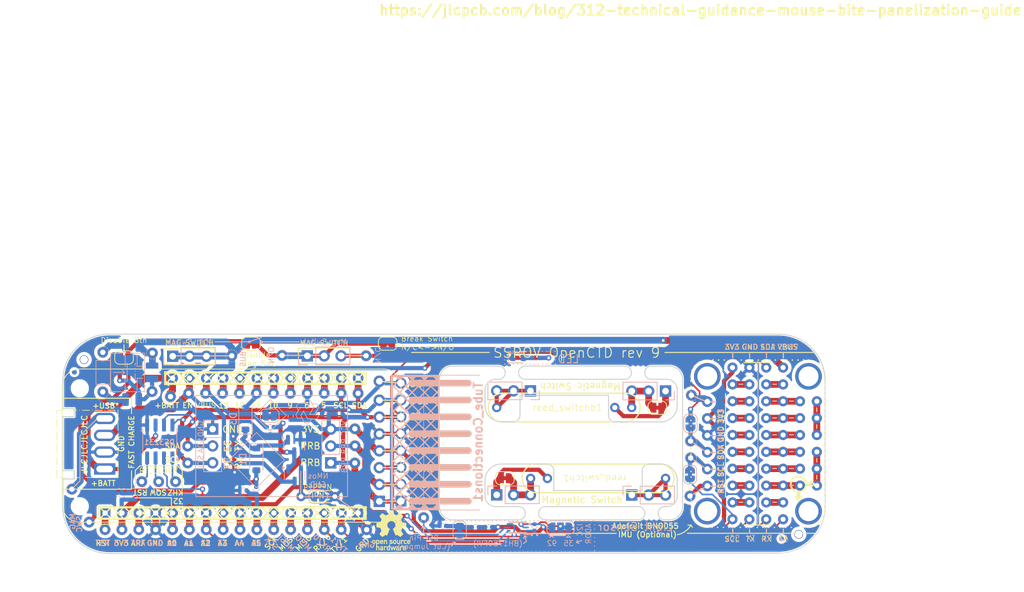
<source format=kicad_pcb>
(kicad_pcb (version 20240108) (generator "pcbnew") (generator_version "8.0")
  (layers (0 "F.Cu" signal) (31 "B.Cu" signal) (34 "B.Paste" user) (35 "F.Paste" user) (36 "B.SilkS" user "B.Silkscreen") (37 "F.SilkS" user "F.Silkscreen") (38 "B.Mask" user) (39 "F.Mask" user) (44 "Edge.Cuts" user))
  (net 0 "")
  (net 1 "+3V3")
  (net 2 "D6")
  (net 3 "SCL")
  (net 4 "SDA")
  (net 5 "Net-(FastCharge_Conn1-Pin_4)")
  (net 6 "PRB1")
  (net 7 "PRB0")
  (net 8 "Net-(D1-K)")
  (net 9 "GND")
  (net 10 "Net-(U3-Rst)")
  (net 11 "Net-(U3-Aref)")
  (net 12 "Net-(U3-A0)")
  (net 13 "Net-(U3-A1)")
  (net 14 "+BATT")
  (net 15 "MAG_SWITCH_SENSE")
  (net 16 "MAG_SWITCH")
  (net 17 "PWR_CTRL")
  (net 18 "VBUS")
  (net 19 "EN")
  (net 20 "Net-(JP1-A)")
  (net 21 "Net-(D2-A)")
  (net 22 "LED_CTRL")
  (net 23 "Net-(U3-A2)")
  (net 24 "Net-(U3-A3)")
  (net 25 "Net-(U3-SCK)")
  (net 26 "Net-(U3-MO)")
  (net 27 "Net-(U3-MI)")
  (net 28 "Net-(U3-Rx{slash}D0)")
  (net 29 "Net-(U3-Tx{slash}D1)")
  (net 30 "Net-(U3-D13)")
  (net 31 "Net-(U3-D10)")
  (net 32 "Net-(U3-D9)")
  (net 33 "Net-(U3-D5)")
  (net 34 "unconnected-(J2-Pin_3-Pad3)")
  (net 35 "Net-(JP4-B)")
  (net 36 "Net-(BNO055_IMU1-RST)")
  (net 37 "Net-(BNO055_IMU1-SDA)")
  (net 38 "Net-(BNO055_IMU1-SCL)")
  (net 39 "Net-(nMOS1-D)")
  (net 40 "Net-(U4-~{RST})")
  (net 41 "Net-(U4-~{INT}{slash}SQW)")
  (net 42 "Net-(U4-32KHZ)")
  (net 43 "Net-(U3-A4{slash}D24)")
  (net 44 "Net-(J1-Pin_1)")
  (net 45 "Net-(J3-Pin_1)")
  (net 46 "Net-(J3-Pin_2)")
  (net 47 "Net-(JP10-B)")
  (net 48 "Net-(IC1-ADDR)")
  (net 49 "Net-(IC1-DVI)")
  (net 50 "Net-(R1-Pad2)")
  (net 51 "Net-(BNO055_IMU1-Vin)")
  (net 52 "Net-(TP47-Pad1)")
  (net 53 "Net-(TP48-Pad1)")
  (net 54 "Breadboard_Rows")
  (net 55 "Breadboard_Rows1")
  (net 56 "Breadboard_Rows2")
  (net 57 "Breadboard_Rows3")
  (net 58 "Breadboard_Rows4")
  (net 59 "Breadboard_Rows5")
  (net 60 "Breadboard_Rows6")
  (net 61 "Breadboard_Rows7")
  (net 62 "Breadboard_Rows8")
  (net 63 "Breadboard_Rows9")
  (net 64 "Breadboard_Rows10")
  (net 65 "Breadboard_Rows11")
  (net 66 "Breadboard_Rows12")
  (net 67 "Breadboard_Rows13")
  (net 68 "Breadboard_Rows14")
  (net 69 "Breadboard_Rows15")
  (net 70 "Breadboard_Rows17")
  (net 71 "Breadboard_Rows16")
  (net 72 "Net-(JP3-B)")
  (net 73 "Net-(JP8-B)")
  (net 74 "Net-(JP2-A)")
  (net 75 "Reed_switch_b3")
  (net 76 "Reed_switch_b2")
  (net 77 "Reed_switch_b1")
  (footprint "Generic_Stuff:test.point_single_pad_0.8" (layer "F.Cu") (at 95.34 101.35)
    (property "Reference" "TP46" (hide yes))
    (property "Value" "~" (hide yes))
  )
  (footprint "Generic_Stuff:test.point_single_pad_0.8" (layer "F.Cu") (at 105.41 107.442 90)
    (property "Reference" "TP23" (hide yes))
    (property "Value" "~" (hide yes))
  )
  (footprint "CTD Component Footprints:mouse-bite-2mm-slot" (layer "F.Cu") (at 164.61 104.97)
    (property "Reference" "mouse-bite-2mm-slot" (hide yes))
    (property "Value" "VAL**" (hide yes))
    (fp_arc (start -2 -1) (mid -1 0) (end -2 1) (stroke (width 0.15)) (layer "Edge.Cuts"))
    (fp_arc (start 2 1) (mid 1 0) (end 2 -1) (stroke (width 0.15)) (layer "Edge.Cuts"))
  )
  (footprint "Generic_Stuff:Cuttable_SolderJumper-2_P1.3mm_Bridged_RoundedPad1.0x1.5mm" (layer "F.Cu") (at 160.53 99.69 180)
    (property "Reference" "JP5" (hide yes))
    (property "Value" "SolderJumper_2_Bridged")
  )
  (footprint "CTD Component Footprints:mouse-bite-2mm-slot" (layer "F.Cu") (at 180.59 83.79 180)
    (property "Reference" "mouse-bite-2mm-slot" (hide yes))
    (property "Value" "VAL**" (hide yes))
    (fp_arc (start 2 1) (mid 1 0) (end 2 -1) (stroke (width 0.15)) (layer "Edge.Cuts"))
    (fp_arc (start -2 -1) (mid -1 0) (end -2 1) (stroke (width 0.15)) (layer "Edge.Cuts"))
  )
  (footprint "Generic_Stuff:test.point_single_pad_0.8" (layer "F.Cu") (at 135.87909 86.898 90)
    (property "Reference" "TP11" (hide yes))
    (property "Value" "~" (hide yes))
  )
  (footprint "Feather M0:Adafruit_Feather_With2MountingHoles" (layer "F.Cu") (at 100.34 104.939 90)
    (property "Reference" "U3" (hide yes))
    (property "Value" "adafruit_feather")
  )
  (footprint "Generic_Stuff:PermaProto_Breadboard_Area" (layer "F.Cu") (at 198.61 91.91)
    (property "Reference" "Perma_Breadboard_Area1" (hide yes))
    (property "Value" "PermaProto_Breadboard_Area")
  )
  (footprint "Generic_Stuff:test.point_single_pad_0.8" (layer "F.Cu") (at 120.573636 86.898 90)
    (property "Reference" "TP5" (hide yes))
    (property "Value" "~" (hide yes))
  )
  (footprint "Littelfuse:Littelfuse Reed Switch 59050-3-S" (layer "F.Cu") (at 174.56 99.72 90)
    (property "Reference" "reed_switch1")
    (property "Value" "SW_Reed_Opener")
  )
  (footprint "Generic_Stuff:test.point_single_pad_0.8" (layer "F.Cu") (at 113.03 107.442 90)
    (property "Reference" "TP26" (hide yes))
    (property "Value" "~" (hide yes))
  )
  (footprint "Generic_Stuff:test.point_single_pad_0.8" (layer "F.Cu") (at 128.27 107.442 90)
    (property "Reference" "TP32" (hide yes))
    (property "Value" "~" (hide yes))
  )
  (footprint "Generic_Stuff:Cuttable_SolderJumper-2_P1.3mm_Bridged_RoundedPad1.0x1.5mm" (layer "F.Cu") (at 142.88 79.41)
    (property "Reference" "JP8" (hide yes))
    (property "Value" "SolderJumper_2_Bridged")
  )
  (footprint "Generic_Stuff:Adafruit BNO055 IMU fusion breakout board" (layer "F.Cu") (at 208.79 81.804 -90)
    (property "Reference" "BNO055_IMU1" (hide yes))
    (property "Value" "Adafruit Fusion IMU (optional)" (hide yes))
  )
  (footprint "Generic_Stuff:test.point_single_pad_0.8" (layer "F.Cu") (at 123.124545 86.898 90)
    (property "Reference" "TP6" (hide yes))
    (property "Value" "~" (hide yes))
  )
  (footprint "Generic_Stuff:test.point_single_pad_0.8" (layer "F.Cu") (at 139.72 107.45 90)
    (property "Reference" "TP36" (hide yes))
    (property "Value" "~" (hide yes))
  )
  (footprint "Generic_Stuff:test.point_single_pad_0.8" (layer "F.Cu") (at 107.46 80.82)
    (property "Reference" "TP49" (hide yes))
    (property "Value" "~" (hide yes))
  )
  (footprint "Generic_Stuff:test.point_single_pad_0.8" (layer "F.Cu") (at 125.675454 86.898 90)
    (property "Reference" "TP7" (hide yes))
    (property "Value" "~" (hide yes))
  )
  (footprint "Generic_Stuff:test.point_single_pad_0.8" (layer "F.Cu") (at 133.328181 86.898 90)
    (property "Reference" "TP10" (hide yes))
    (property "Value" "~" (hide yes))
  )
  (footprint "Littelfuse:Littelfuse Reed Switch 59050-3-S" (layer "F.Cu") (at 169.46 89.04 -90)
    (property "Reference" "reed_switchb1")
    (property "Value" "SW_Reed_Opener")
  )
  (footprint "Generic_Stuff:test.point_single_pad_0.8" (layer "F.Cu") (at 188.5 96.63)
    (property "Reference" "TP43" (hide yes))
    (property "Value" "~" (hide yes))
  )
  (footprint "Generic_Stuff:test.point_single_pad_0.8" (layer "F.Cu") (at 188.49 94.09)
    (property "Reference" "TP44" (hide yes))
    (property "Value" "~" (hide yes))
  )
  (footprint "Generic_Stuff:test.point_single_pad_0.8" (layer "F.Cu") (at 133.35 107.442 90)
    (property "Reference" "TP34" (hide yes))
    (property "Value" "~" (hide yes))
  )
  (footprint "Generic_Stuff:test.point_single_pad_0.8" (layer "F.Cu") (at 123.19 107.442 90)
    (property "Reference" "TP30" (hide yes))
    (property "Value" "~" (hide yes))
  )
  (footprint "Generic_Stuff:Molex_KK_Female_Horizontal_PinHeader_1x04" (layer "F.Cu") (at 101.016001 98.309999 180)
    (property "Reference" "FastCharge_Conn1" (hide yes))
    (property "Value" "Conn_01x04_Male")
  )
  (footprint "Generic_Stuff:JLCPCBA_mount_hole" (layer "F.Cu") (at 97.17 81.83)
    (property "Reference" "top_hole1" (hide yes))
    (property "Value" "")
  )
  (footprint "Generic_Stuff:test.point_single_pad_0.8" (layer "F.Cu") (at 126.98 81.19)
    (property "Reference" "TP15" (hide yes))
    (property "Value" "~" (hide yes))
  )
  (footprint "Generic_Stuff:test.point_single_pad_0.8" (layer "F.Cu") (at 130.81 107.442 90)
    (property "Reference" "TP33" (hide yes))
    (property "Value" "~" (hide yes))
  )
  (footprint "Generic_Stuff:test.point_single_pad_0.8" (layer "F.Cu") (at 135.89 107.442 90)
    (property "Reference" "TP35" (hide yes))
    (property "Value" "~" (hide yes))
  )
  (footprint "Generic_Stuff:test.point_single_pad_0.8" (layer "F.Cu") (at 112.920909 86.898 90)
    (property "Reference" "TP2" (hide yes))
    (property "Value" "~" (hide yes))
  )
  (footprint "Resistor_THT:R_Axial_DIN0204_L3.6mm_D1.6mm_P5.08mm_Horizontal" (layer "F.Cu") (at 134.92 102.46 180)
    (property "Reference" "PWR-R4" (hide yes))
    (property "Value" "?k")
  )
  (footprint "Generic_Stuff:Cuttable_SolderJumper-2_P1.3mm_Bridged_RoundedPad1.0x1.5mm" (layer "F.Cu") (at 103.19 81.51 180)
    (property "Reference" "JP4" (hide yes))
    (property "Value" "SolderJumper_2_Bridged")
  )
  (footprint "Generic_Stuff:Cuttable_SolderJumper-2_P1.3mm_Bridged_RoundedPad1.0x1.5mm" (layer "F.Cu") (at 122.3 79.42)
    (property "Reference" "JP3" (hide yes))
    (property "Value" "SolderJumper_2_Bridged")
  )
  (footprint "Generic_Stuff:test.point_single_pad_0.8" (layer "F.Cu") (at 188.61 87.19)
    (property "Reference" "TP40" (hide yes))
    (property "Value" "~" (hide yes))
  )
  (footprint "Generic_Stuff:Cuttable_SolderJumper-2_P1.3mm_Bridged_RoundedPad1.0x1.5mm" (layer "F.Cu") (at 183.49 89.07)
    (property "Reference" "JPB5" (hide yes))
    (property "Value" "SolderJumper_2_Bridged")
  )
  (footprint "Generic_Stuff:test.point_single_pad_0.8" (layer "F.Cu") (at 107.95 107.442 90)
    (property "Reference" "TP24" (hide yes))
    (property "Value" "~" (hide yes))
  )
  (footprint "Generic_Stuff:test.point_single_pad_0.8" (layer "F.Cu") (at 139.63 81.24)
    (property "Reference" "TP17" (hide yes))
    (property "Value" "~" (hide yes))
  )
  (footprint "Generic_Stuff:test.point_single_pad_0.8" (layer "F.Cu") (at 138.43 86.898 90)
    (property "Reference" "TP12" (hide yes))
    (property "Value" "~" (hide yes))
  )
  (footprint "Generic_Stuff:test.point_single_pad_0.8" (layer "F.Cu") (at 120.65 107.442 90)
    (property "Reference" "TP29" (hide yes))
    (property "Value" "~" (hide yes))
  )
  (footprint "Generic_Stuff:test.point_single_pad_0.8" (layer "F.Cu") (at 100.33 107.442)
    (property "Reference" "TP21" (hide yes))
    (property "Value" "~" (hide yes))
  )
  (footprint "Generic_Stuff:test.point_single_pad_0.8" (layer "F.Cu") (at 130.777272 86.898 90)
    (property "Reference" "TP9" (hide yes))
    (property "Value" "~" (hide yes))
  )
  (footprint "Generic_Stuff:test.point_single_pad_0.8" (layer "F.Cu") (at 118.022727 86.898 90)
    (property "Reference" "TP4" (hide yes))
    (property "Value" "~" (hide yes))
  )
  (footprint "Generic_Stuff:test.point_single_pad_0.8" (layer "F.Cu") (at 118.11 107.442 90)
    (property "Reference" "TP28" (hide yes))
    (property "Value" "~" (hide yes))
  )
  (footprint "Generic_Stuff:test.point_single_pad_0.8" (layer "F.Cu") (at 99.99 80.72)
    (property "Reference" "TP47" (hide yes))
    (property "Value" "~" (hide yes))
  )
  (footprint "Generic_Stuff:test.point_single_pad_0.8" (layer "F.Cu") (at 110.18 87.4 90)
    (property "Reference" "TP1" (hide yes))
    (property "Value" "~" (hide yes))
  )
  (footprint "Symbol:OSHW-Logo_5.7x6mm_SilkScreen" (layer "F.Cu") (at 143.43 107.54)
    (property "Reference" "OSHW_Logo" (hide yes))
    (property "Value" "OSHW-Logo_5.7x6mm_SilkScreen" (hide yes))
  )
  (footprint "Generic_Stuff:test.point_single_pad_0.8" (layer "F.Cu") (at 110.49 107.442 90)
    (property "Reference" "TP25" (hide yes))
    (property "Value" "~" (hide yes))
  )
  (footprint "Generic_Stuff:test.point_single_pad_0.8" (layer "F.Cu") (at 125.73 107.442 90)
    (property "Reference" "TP31" (hide yes))
    (property "Value" "~" (hide yes))
  )
  (footprint "Generic_Stuff:test.point_single_pad_0.8" (layer "F.Cu") (at 107.41 86.64)
    (property "Reference" "TP50" (hide yes))
    (property "Value" "~" (hide yes))
  )
  (footprint "CTD Component Footprints:mouse-bite-2mm-slot" (layer "F.Cu") (at 182.61 104.97)
    (property "Reference" "mouse-bite-2mm-slot" (hide yes))
    (property "Value" "VAL**" (hide yes))
    (fp_arc (start -2 -1) (mid -1 0) (end -2 1) (stroke (width 0.15)) (layer "Edge.Cuts"))
    (fp_arc (start 2 1) (mid 1 0) (end 2 -1) (stroke (width 0.15)) (layer "Edge.Cuts"))
  )
  (footprint "Generic_Stuff:test.point_single_pad_0.8" (layer "F.Cu") (at 102.87 107.442 90)
    (property "Reference" "TP22" (hide yes))
    (property "Value" "~" (hide yes))
  )
  (footprint "Generic_Stuff:test.point_single_pad_0.8" (layer "F.Cu") (at 115.471818 86.898 90)
    (property "Reference" "TP3" (hide yes))
    (property "Value" "~" (hide yes))
  )
  (footprint "CTD Component Footprints:mouse-bite-2mm-slot" (layer "F.Cu") (at 161.59 83.79 180)
    (property "Reference" "mouse-bite-2mm-slot" (hide yes))
    (property "Value" "VAL**" (hide yes))
    (fp_arc (start 2 1) (mid 1 0) (end 2 -1) (stroke (width 0.15)) (layer "Edge.Cuts"))
    (fp_arc (start -2 -1) (mid -1 0) (end -2 1) (stroke (width 0.15)) (layer "Edge.Cuts"))
  )
  (footprint "Generic_Stuff:JLCPCBA_mount_hole" (layer "F.Cu") (at 204.77 108.15)
    (property "Reference" "top_hole1" (hide yes))
    (property "Value" "")
  )
  (footprint "Generic_Stuff:test.point_single_pad_0.8" (layer "F.Cu") (at 128.226363 86.898 90)
    (property "Reference" "TP8" (hide yes))
    (property "Value" "~" (hide yes))
  )
  (footprint "Generic_Stuff:test.point_single_pad_0.8" (layer "F.Cu") (at 99.99 86.68)
    (property "Reference" "TP48" (hide yes))
    (property "Value" "~" (hide yes))
  )
  (footprint "Generic_Stuff:test.point_single_pad_0.8" (layer "F.Cu") (at 188.4 102.38)
    (property "Reference" "TP42" (hide yes))
    (property "Value" "~" (hide yes))
  )
  (footprint "Generic_Stuff:test.point_single_pad_0.8" (layer "F.Cu") (at 115.57 107.442 90)
    (property "Reference" "TP27" (hide yes))
    (property "Value" "~" (hide yes))
  )
  (footprint "Package_TO_SOT_SMD:SOT-23" (layer "B.Cu") (at 128.878 99.2715 -90)
    (property "Reference" "nMOS2" (hide yes))
    (property "Value" "2N7002")
  )
  (footprint "Resistor_SMD:R_0402_1005Metric" (layer "B.Cu") (at 125.2 92)
    (property "Reference" "PWR-R2" (hide yes))
    (property "Value" "200k")
  )
  (footprint "Generic_Stuff:PinHeader_1x03_P2.54mm_Vertical" (layer "B.Cu") (at 164.38 86.53 90)
    (property "Reference" "JB1" (hide yes))
    (property "Value" "Conn_01x03_Pin")
  )
  (footprint "Resistor_SMD:R_0402_1005Metric" (layer "B.Cu") (at 128.28 90.37 90)
    (property "Reference" "D6-R4" (hide yes))
    (property "Value" "4.7k")
  )
  (footprint "Generic_Stuff:test.point_single_pad_0.8" (layer "B.Cu") (at 119.41 81.24 180)
    (property "Reference" "TP45" (hide yes))
    (property "Value" "~" (hide yes))
  )
  (footprint "Resistor_SMD:R_0402_1005Metric" (layer "B.Cu") (at 121.13 101.54)
    (property "Reference" "PWR-R3" (hide yes))
    (property "Value" "200k")
  )
  (footprint "EZO_EC_Chip:Atlas_EC_Silkscreen_Only" (layer "B.Cu") (at 125.416 102.459)
    (property "Reference" "U1" (hide yes))
    (property "Value" "atlas-ec")
  )
  (footprint "Generic_Stuff:test.point_single_pad_0.8" (layer "B.Cu") (at 97.93 106.31 180)
    (property "Reference" "TP18" (hide yes))
    (property "Value" "~" (hide yes))
  )
  (footprint "Capacitor_SMD:C_0402_1005Metric" (layer "B.Cu") (at 104.805 102.44 90)
    (property "Reference" "C2" (hide yes))
    (property "Value" "10uF")
  )
  (footprint "Generic_Stuff:PinHeader_1x03_P2.54mm_Vertical" (layer "B.Cu") (at 159.3 102.2 -90)
    (property "Reference" "J3" (hide yes))
    (property "Value" "Conn_01x03_Pin")
  )
  (footprint "Generic_Stuff:PinSocket_1x03_P2.54mm_Vertical_JLCPCB" (layer "B.Cu") (at 133.325 81.255 180)
    (property "Reference" "Reed_Switch_Conn2" (hide yes))
    (property "Value" "Conn_01x03_Female_5mm_plastic_height")
  )
  (footprint "Generic_Stuff:test.point_single_pad_0.8" (layer "B.Cu") (at 137.941 92.242)
    (property "Reference" "TP19" (hide yes))
    (property "Value" "~" (hide yes))
  )
  (footprint "Generic_Stuff:test.point_single_pad_0.8" (layer "B.Cu") (at 148.3 105.63 180)
    (property "Reference" "TP16" (hide yes))
    (property "Value" "~" (hide yes))
  )
  (footprint "Diode_SMD:D_SOD-123" (layer "B.Cu") (at 121.46 90.7 90)
    (property "Reference" "D3")
    (property "Value" "1N4148W")
  )
  (footprint "Fiducial:Fiducial_0.75mm_Mask1.5mm" (layer "B.Cu") (at 202.17 108.82 180)
    (property "Reference" "REF**" (hide yes))
    (property "Value" "Fiducial_0.75mm_Mask1.5mm")
  )
  (footprint "Generic_Stuff:PinSocket_1x03_P2.54mm_Vertical_JLCPCB" (layer "B.Cu") (at 113.05 81.31 180)
    (property "Reference" "Reed_Switch_Conn1" (hide yes))
    (property "Value" "Conn_01x03_Female_5mm_plastic_height")
  )
  (footprint "Generic_Stuff:test.point_single_pad_0.8" (layer "B.Cu") (at 112.774 94.856 180)
    (property "Reference" "TP13" (hide yes))
    (property "Value" "~" (hide yes))
  )
  (footprint "Generic_Stuff:PinSocket_1x03_P2.54mm_Vertical_JLCPCB" (layer "B.Cu") (at 116.53 94.83 90)
    (property "Reference" "EC_Conn_A1" (hide yes))
    (property "Value" "Conn_01x03_Female")
  )
  (footprint "LED_SMD:LED_0603_1608Metric" (layer "B.Cu") (at 162.53 81.57)
    (property "Reference" "D2" (hide yes))
    (property "Value" "WHITE LED")
  )
  (footprint "Generic_Stuff:test.point_single_pad_0.8" (layer "B.Cu") (at 105.86 100.21 180)
    (property "Reference" "TP37" (hide yes))
    (property "Value" "~" (hide yes))
  )
  (footprint "Generic_Stuff:PinSocket_1x03_P2.54mm_Vertical_JLCPCB" (layer "B.Cu") (at 134.31 94.84 -90)
    (property "Reference" "EC_Conn_B5" (hide yes))
    (property "Value" "Conn_01x03_Female")
  )
  (footprint "Resistor_SMD:R_0402_1005Metric" (layer "B.Cu") (at 158.09 107.05 180)
    (property "Reference" "R1" (hide yes))
    (property "Value" "470Ω")
  )
  (footprint "Generic_Stuff:Cuttable_SolderJumper-2_P1.3mm_Bridged_RoundedPad1.0x1.5mm" (layer "B.Cu") (at 188.4 99.15 90)
    (property "Reference" "JP7" (hide yes))
    (property "Value" "SolderJumper_2_Bridged")
  )
  (footprint "Resistor_SMD:R_0402_1005Metric" (layer "B.Cu") (at 120.66 94.18 -135)
    (property "Reference" "PWR-R5" (hide yes))
    (property "Value" "200k")
  )
  (footprint "Generic_Stuff:Cuttable_SolderJumper-2_P1.3mm_Bridged_RoundedPad1.0x1.5mm" (layer "B.Cu") (at 125.13 90.27)
    (property "Reference" "JP1" (hide yes))
    (property "Value" "SolderJumper_2_Bridged")
  )
  (footprint "Diode_SMD:D_SOD-123" (layer "B.Cu") (at 123.11 96.85 -90)
    (property "Reference" "D1")
    (property "Value" "1N4148W")
  )
  (footprint "LIB_BH1750FVI:WSOF6" (layer "B.Cu") (at 162.465 107.11 180)
    (property "Reference" "IC1" (hide yes))
    (property "Value" "BH1750FVI-TR" (hide yes))
  )
  (footprint "Generic_Stuff:Cuttable_SolderJumper-2_P1.3mm_Bridged_RoundedPad1.0x1.5mm" (layer "B.Cu") (at 132.41 102.47)
    (property "Reference" "JP2" (hide yes))
    (property "Value" "SolderJumper_2_Bridged")
  )
  (footprint "Capacitor_SMD:C_0402_1005Metric" (layer "B.Cu") (at 151.18 106.88 180)
    (property "Reference" "C4" (hide yes))
    (property "Value" "1uf")
  )
  (footprint "Jumper:SolderJumper-3_P1.3mm_Bridged12_RoundedPad1.0x1.5mm" (layer "B.Cu") (at 168.9 107.11 180)
    (property "Reference" "JP9" (hide yes))
    (property "Value" "SolderJumper_3_Bridged12")
  )
  (footprint "Fiducial:Fiducial_0.75mm_Mask1.5mm" (layer "B.Cu") (at 95.71 83.71 180)
    (property "Reference" "REF**" (hide yes))
    (property "Value" "Fiducial_0.75mm_Mask1.5mm")
  )
  (footprint "Resistor_SMD:R_0402_1005Metric" (layer "B.Cu") (at 123.1 101.52 90)
    (property "Reference" "PWR-R1" (hide yes))
    (property "Value" "56k")
  )
  (footprint "Generic_Stuff:SOIC-8_3.9x4.9mm_P1.27mm_JLCPCB" (layer "B.Cu") (at 108.57 94.16)
    (property "Reference" "U4" (hide yes))
    (property "Value" "DS3231MZ")
  )
  (footprint "Generic_Stuff:PinHeader_1x03_P2.54mm_Vertical" (layer "B.Cu") (at 184.72 86.56 90)
    (property "Reference" "JB3" (hide yes))
    (property "Value" "Conn_01x03_Pin")
  )
  (footprint "Generic_Stuff:Cuttable_SolderJumper-2_P1.3mm_Bridged_RoundedPad1.0x1.5mm" (layer "B.Cu") (at 188.48 91.45 -90)
    (property "Reference" "JP6" (hide yes))
    (property "Value" "SolderJumper_2_Bridged")
  )
  (footprint "Generic_Stuff:test.point_single_pad_0.8" (layer "B.Cu") (at 112.774 97.396 180)
    (property "Reference" "TP14" (hide yes))
    (property "Value" "~" (hide yes))
  )
  (footprint "Generic_Stuff:SW_SPST_XKB5858-W-F-75" (layer "B.Cu") (at 105.56 83.74 -90)
    (property "Reference" "backup_pwr_button1" (hide yes))
    (property "Value" "SW_Push_XKB5858-W-F-75" (hide yes))
  )
  (footprint "Molex Male 22-05-3081 Connector:SHDRRA8W62P0X254_1X8_2032X818X660P 22-05-3081" (layer "B.Cu") (at 144.878 103.144 90)
    (property "Reference" "Tube_Connections1")
    (property "Value" "Conn_01x08" (hide yes))
  )
  (footprint "Generic_Stuff:test.point_single_pad_0.8" (layer "B.Cu") (at 108.404 100.21 180)
    (property "Reference" "TP38" (hide yes))
    (property "Value" "~" (hide yes))
  )
  (footprint "Capacitor_SMD:C_0402_1005Metric" (layer "B.Cu") (at 102.835 102.44 -90)
    (property "Reference" "C1" (hide yes))
    (property "Value" "0.1uF")
  )
  (footprint "Package_TO_SOT_SMD:SOT-23" (layer "B.Cu") (at 128.82 94.84 -90)
    (property "Reference" "nMOS1" (hide yes))
    (property "Value" "2N7002")
  )
  (footprint "Generic_Stuff:test.point_single_pad_0.8" (layer "B.Cu") (at 137.941 97.396 180)
    (property "Reference" "TP20" (hide yes))
    (property "Value" "~" (hide yes))
  )
  (footprint "Generic_Stuff:test.point_single_pad_0.8" (layer "B.Cu") (at 110.948 100.21 180)
    (property "Reference" "TP39" (hide yes))
    (property "Value" "~" (hide yes))
  )
  (footprint "Generic_Stuff:PinHeader_1x08_P2.54mm_Vertical" (layer "B.Cu") (at 141.63 103.18)
    (property "Reference" "J2" (hide yes))
    (property "Value" "RA pin header female")
  )
  (footprint "Resistor_SMD:R_0402_1005Metric" (layer "B.Cu") (at 165.19 81.56 180)
    (property "Reference" "LED-R3" (hide yes))
    (property "Value" "470Ω")
  )
  (footprint "Resistor_SMD:R_0402_1005Metric" (layer "B.Cu") (at 135.58 90.02)
    (property "Reference" "SDA-R6" (hide yes))
    (property "Value" "10k")
  )
  (footprint "Generic_Stuff:PinHeader_1x03_P2.54mm_Vertical" (layer "B.Cu") (at 179.64 102.23 -90)
    (property "Reference" "J1" (hide yes))
    (property "Value" "Conn_01x03_Pin")
  )
  (footprint "Generic_Stuff:Cuttable_SolderJumper-2_P1.3mm_Bridged_RoundedPad1.0x1.5mm" (layer "B.Cu") (at 153.73 107.56 90)
    (property "Reference" "JP10" (hide yes))
    (property "Value" "SolderJumper_2_Bridged")
  )
  (footprint "Generic_Stuff:test.point_single_pad_0.8" (layer "B.Cu") (at 137.96 94.808 -90)
    (property "Reference" "TP41" (hide yes))
    (property "Value" "~" (hide yes))
  )
  (footprint "Resistor_SMD:R_0402_1005Metric" (layer "B.Cu") (at 156.08 107.06 180)
    (property "Reference" "R2" (hide yes))
    (property "Value" "470Ω")
  )
  (footprint "Capacitor_SMD:C_0402_1005Metric" (layer "B.Cu") (at 164.99 107.1 90)
    (property "Reference" "C3" (hide yes))
    (property "Value" "0.1uF" (hide yes))
  )
  (footprint "Resistor_SMD:R_0402_1005Metric" (layer "B.Cu") (at 133.51 90.05 180)
    (property "Reference" "SCL-R5" (hide yes))
    (property "Value" "10k")
  )
  (gr_line (start 171.33112 109.362653) (end 171.69 109.53) (stroke (width 0.15)) (layer "B.SilkS"))
  (gr_line (start 148.29 106.96) (end 148.55 107.22) (stroke (width 0.15)) (layer "B.SilkS"))
  (gr_line (start 200.87 95.69) (end 201.43 95.69) (stroke (width 0.15)) (layer "B.SilkS"))
  (gr_line (start 167.565 108.37) (end 167.295 108.61) (stroke (width 0.15)) (layer "B.SilkS"))
  (gr_line (start 195.79 85.53) (end 196.35 85.53) (stroke (width 0.15)) (layer "B.SilkS"))
  (gr_line (start 195.79 88.07) (end 196.35 88.07) (stroke (width 0.15)) (layer "B.SilkS"))
  (gr_line (start 126.48 81.17) (end 133.31 81.17) (stroke (width 0.15)) (layer "B.SilkS"))
  (gr_line (start 172.120462 109.075356) (end 171.33112 109.362653) (stroke (width 0.15)) (layer "B.SilkS"))
  (gr_line (start 190.96 90.73) (end 192.3025 90.73) (stroke (width 0.15)) (layer "B.SilkS"))
  (gr_line (start 134.96 102.465) (end 138.49 104.89) (stroke (width 0.15)) (layer "B.SilkS"))
  (gr_line (start 200.87 98.23) (end 201.43 98.23) (stroke (width 0.15)) (layer "B.SilkS"))
  (gr_line (start 203.41 93.15) (end 203.97 93.15) (stroke (width 0.15)) (layer "B.SilkS"))
  (gr_line (start 148.29 106.96) (end 148.01 107.24) (stroke (width 0.15)) (layer "B.SilkS"))
  (gr_line (start 190.96 93.27) (end 192.3025 93.27) (stroke (width 0.15)) (layer "B.SilkS"))
  (gr_line (start 203.41 95.69) (end 203.97 95.69) (stroke (width 0.15)) (layer "B.SilkS"))
  (gr_line (start 195.79 93.15) (end 196.35 93.15) (stroke (width 0.15)) (layer "B.SilkS"))
  (gr_line (start 194.818094 107.37) (end 194.818094 107.99) (stroke (width 0.15)) (layer "B.SilkS"))
  (gr_line (start 200.87 88.07) (end 201.43 88.07) (stroke (width 0.15)) (layer "B.SilkS"))
  (gr_line (start 200.87 90.61) (end 201.43 90.61) (stroke (width 0.15)) (layer "B.SilkS"))
  (gr_line (start 195.79 103.31) (end 196.35 103.31) (stroke (width 0.15)) (layer "B.SilkS"))
  (gr_line (start 115.62 81.25) (end 119.41 81.25) (stroke (width 0.15)) (layer "B.SilkS"))
  (gr_line (start 163.497347 108.41112) (end 163.33 108.77) (stroke (width 0.15)) (layer "B.SilkS"))
  (gr_circle (center 123.9 79.14) (end 123.9 79.01) (stroke (width 0.15)) (fill none) (layer "B.SilkS"))
  (gr_rect (start 160.46 80.58) (end 168.12 82.5) (stroke (width 0.15) (type dot)) (fill none) (layer "B.SilkS"))
  (gr_line (start 200.87 103.31) (end 201.43 103.31) (stroke (width 0.15)) (layer "B.SilkS"))
  (gr_line (start 190.96 100.89) (end 192.3025 100.89) (stroke (width 0.15)) (layer "B.SilkS"))
  (gr_line (start 96.539707 100.110293) (end 95.3261 101.3239) (stroke (width 0.15)) (layer "B.SilkS"))
  (gr_line (start 197.358094 80.73) (end 197.358094 81.55) (stroke (width 0.15)) (layer "B.SilkS"))
  (gr_line (start 116.86 79.14) (end 122.05 79.14) (stroke (width 0.15)) (layer "B.SilkS"))
  (gr_line (start 167.825 108.62) (end 167.565 108.37) (stroke (width 0.15)) (layer "B.SilkS"))
  (gr_line (start 153.056985 109.363015) (end 152.661005 109.363015) (stroke (width 0.15)) (layer "B.SilkS"))
  (gr_line (start 199.898094 107.35) (end 199.898094 107.99) (stroke (width 0.15)) (layer "B.SilkS"))
  (gr_line (start 200.87 100.77) (end 201.43 100.77) (stroke (width 0.15)) (layer "B.SilkS"))
  (gr_line (start 153.056985 109.363015) (end 153.056985 109.730711) (stroke (width 0.15)) (layer "B.SilkS"))
  (gr_line (start 148.29 107.8) (end 148.29 106.96) (stroke (width 0.15)) (layer "B.SilkS"))
  (gr_line (start 163.497347 108.41112) (end 163.830593 108.566515) (stroke (width 0.15)) (layer "B.SilkS"))
  (gr_line (start 190.96 88.19) (end 188.61 87.19) (stroke (width 0.15)) (layer "B.SilkS"))
  (gr_line (start 203.41 88.07) (end 203.97 88.07) (stroke (width 0.15)) (layer "B.SilkS"))
  (gr_line (start 195.79 95.69) (end 196.35 95.69) (stroke (width 0.15)) (layer "B.SilkS"))
  (gr_line (start 190.96 88.19) (end 192.3025 88.19) (stroke (width 0.15)) (layer "B.SilkS"))
  (gr_line (start 96.5478 93.3022) (end 96.5478 100.02) (stroke (width 0.15)) (layer "B.SilkS"))
  (gr_line (start 163.784644 109.200462) (end 163.33 109.53) (stroke (width 0.15)) (layer "B.SilkS"))
  (gr_line (start 200.87 93.15) (end 201.43 93.15) (stroke (width 0.15)) (layer "B.SilkS"))
  (gr_line (start 163.784644 109.200462) (end 163.497347 108.41112) (stroke (width 0.15)) (layer "B.SilkS"))
  (gr_line (start 129.79 98.64) (end 129.79 102.39) (stroke (width 0.15)) (layer "B.SilkS"))
  (gr_line (start 200.87 85.53) (end 201.43 85.53) (stroke (width 0.15)) (layer "B.SilkS"))
  (gr_line (start 188.5 96.63) (end 190.96 98.35) (stroke (width 0.15)) (layer "B.SilkS"))
  (gr_line (start 190.96 95.81) (end 192.3025 95.81) (stroke (width 0.15)) (layer "B.SilkS"))
  (gr_line (start 171.33112 109.362653) (end 171.486515 109.029407) (stroke (width 0.15)) (layer "B.SilkS"))
  (gr_line (start 197.358094 107.36) (end 197.358094 107.99) (stroke (width 0.15)) (layer "B.SilkS"))
  (gr_line (start 207.49 96.71) (end 207.49 97.27) (stroke (width 0.15)) (layer "B.SilkS"))
  (gr_line (start 122.05 79.14) (end 123.88 78.45) (stroke (width 0.15)) (layer "B.SilkS"))
  (gr_line (start 152.463015 109.956985) (end 153.056985 109.363015) (stroke (width 0.15)) (layer "B.SilkS"))
  (gr_circle (center 122.05 79.14) (end 122.05 79.01) (stroke (width 0.15)) (fill none) (layer "B.SilkS"))
  (gr_rect (start 144.12 106.11) (end 174.04 110.77) (stroke (width 0.15) (type dot)) (fill none) (layer "B.SilkS"))
  (gr_line (start 123.9 79.14) (end 129.56 79.14) (stroke (width 0.15)) (layer "B.SilkS"))
  (gr_line (start 203.41 90.61) (end 203.97 90.61) (stroke (width 0.15)) (layer "B.SilkS"))
  (gr_line (start 203.41 98.23) (end 203.97 98.23) (stroke (width 0.15)) (layer "B.SilkS"))
  (gr_line (start 207.49 91.63) (end 207.49 92.19) (stroke (width 0.15)) (layer "B.SilkS"))
  (gr_line (start 199.898094 80.73) (end 199.898094 81.55) (stroke (width 0.15)) (layer "B.SilkS"))
  (gr_line (start 195.79 90.61) (end 196.35 90.61) (stroke (width 0.15)) (layer "B.SilkS"))
  (gr_line (start 207.49 89.09) (end 207.49 89.65) (stroke (width 0.15)) (layer "B.SilkS"))
  (gr_line (start 194.818094 80.73) (end 194.818094 81.55) (stroke (width 0.15)) (layer "B.SilkS"))
  (gr_line (start 195.79 100.77) (end 196.35 100.77) (stroke (width 0.15)) (layer "B.SilkS"))
  (gr_line (start 188.49 94.09) (end 190.96 95.81) (stroke (width 0.15)) (layer "B.SilkS"))
  (gr_line (start 202.438094 107.34) (end 202.438094 107.99) (stroke (width 0.15)) (layer "B.SilkS"))
  (gr_line (start 195.79 98.23) (end 196.35 98.23) (stroke (width 0.15)) (layer "B.SilkS"))
  (gr_line (start 190.96 100.89) (end 188.4 102.38) (stroke (width 0.15)) (layer "B.SilkS"))
  (gr_line (start 190.96 98.35) (end 192.3025 98.35) (stroke (width 0.15)) (layer "B.SilkS"))
  (gr_line (start 99.24 90.61) (end 96.5478 93.3022) (stroke (width 0.15)) (layer "B.SilkS"))
  (gr_line (start 202.438094 80.73) (end 202.438094 81.55) (stroke (width 0.15)) (layer "B.SilkS"))
  (gr_line (start 110.51 81.25) (end 115.62 81.25) (stroke (width 0.15)) (layer "B.SilkS"))
  (gr_line (start 135.8 81.19) (end 139.63 81.19) (stroke (width 0.15)) (layer "B.SilkS"))
  (gr_line (start 207.49 99.25) (end 207.49 99.81) (stroke (width 0.15)) (layer "B.SilkS"))
  (gr_line (start 203.41 100.77) (end 203.97 100.77) (stroke (width 0.15)) (layer "B.SilkS"))
  (gr_line (start 188.51701 106.74853) (end 188.082989 106.771469) (stroke (width 0.15)) (layer "F.SilkS"))
  (gr_line (start 200.87 85.53) (end 201.43 85.53) (stroke (width 0.15)) (layer "F.SilkS"))
  (gr_line (start 193.75 86.92) (end 193.75 102.54) (stroke (width 0.15)) (layer "F.SilkS"))
  (gr_line (start 188.751 107.099739) (end 188.543895 106.737031) (stroke (width 0.15)) (layer "F.SilkS"))
  (gr_line (start 203.41 98.23) (end 203.97 98.23) (stroke (width 0.15)) (layer "F.SilkS"))
  (gr_line (start 200.87 103.31) (end 201.43 103.31) (stroke (width 0.15)) (layer "F.SilkS"))
  (gr_line (start 104.318001 101.357999) (end 93.98 101.357999) (stroke (width 0.15)) (layer "F.SilkS"))
  (gr_line (start 207.49 92.19) (end 207.49 91.63) (stroke (width 0.15)) (layer "F.SilkS"))
  (gr_line (start 135.82 81.24) (end 139.65 81.24) (stroke (width 0.15)) (layer "F.SilkS"))
  (gr_line (start 110.51 81.25) (end 119.45 81.25) (stroke (width 0.15)) (layer "F.SilkS"))
  (gr_rect (start 129.445 80.08) (end 137.165 82.43) (stroke (width 0.15)) (fill none) (layer "F.SilkS"))
  (gr_line (start 104.318001 87.641999) (end 104.318001 89.927999) (stroke (width 0.15)) (layer "F.SilkS"))
  (gr_line (start 203.41 88.07) (end 203.97 88.07) (stroke (width 0.15)) (layer "F.SilkS"))
  (gr_line (start 110.3225 103.93) (end 112.04 103.93) (stroke (width 0.15)) (layer "F.SilkS"))
  (gr_line (start 105.57 97.835) (end 111.25 97.835) (stroke (width 0.15)) (layer "F.SilkS"))
  (gr_line (start 207.49 99.81) (end 207.49 99.25) (stroke (width 0.15)) (layer "F.SilkS"))
  (gr_line (start 194.84 81.56) (end 194.84 80.74) (stroke (width 0.15)) (layer "F.SilkS"))
  (gr_line (start 110.3225 102.65) (end 110.3225 103.93) (stroke (width 0.15)) (layer "F.SilkS"))
  (gr_line (start 141.63 103.18) (end 144.89 103.18) (stroke (width 0.15)) (layer "F.SilkS"))
  (gr_line (start 103.19 80.51) (end 103.19 79.6) (stroke (width 0.15)) (layer "F.SilkS"))
  (gr_line (start 184.62 80.744) (end 206.948 80.744) (stroke (width 0.15)) (layer "F.SilkS"))
  (gr_line (start 200.87 88.07) (end 201.43 88.07) (stroke (width 0.15)) (layer "F.SilkS"))
  (gr_line (start 126.49 81.18) (end 133.28 81.18) (stroke (width 0.15)) (layer "F.SilkS"))
  (gr_line (start 190.96 88.19) (end 192.3025 88.19) (stroke (width 0.15)) (layer "F.SilkS"))
  (gr_line (start 195.79 100.77) (end 196.35 100.77) (stroke (width 0.15)) (layer "F.SilkS"))
  (gr_line (start 197.38 108) (end 197.38 107.36) (stroke (width 0.15)) (layer "F.SilkS"))
  (gr_line (start 111.956 98.541) (end 111.956 101.265) (stroke (width 0.15)) (layer "F.SilkS"))
  (gr_line (start 141.63 100.64) (end 144.89 100.64) (stroke (width 0.15)) (layer "F.SilkS"))
  (gr_line (start 195.79 85.53) (end 196.35 85.53) (stroke (width 0.15)) (layer "F.SilkS"))
  (gr_line (start 202.46 81.56) (end 202.46 80.74) (stroke (width 0.15)) (layer "F.SilkS"))
  (gr_line (start 190.96 88.19) (end 188.61 87.19) (stroke (width 0.15)) (layer "F.SilkS"))
  (gr_line (start 207.49 89.65) (end 207.49 89.09) (stroke (width 0.15)) (layer "F.SilkS"))
  (gr_arc (start 188.567395 106.7349) (mid 187.690513 107.695308) (end 186.495956 108.209447) (stroke (width 0.15)) (layer "F.SilkS"))
  (gr_line (start 195.79 103.31) (end 196.35 103.31) (stroke (width 0.15)) (layer "F.SilkS"))
  (gr_line (start 146.48 80.744) (end 158.19 80.744) (stroke (width 0.15)) (layer "F.SilkS"))
  (gr_line (start 203.41 95.69) (end 203.97 95.69) (stroke (width 0.15)) (layer "F.SilkS"))
  (gr_line (start 190.96 95.81) (end 192.3025 95.81) (stroke (width 0.15)) (layer "F.SilkS"))
  (gr_line (start 195.79 88.07) (end 196.35 88.07) (stroke (width 0.15)) (layer "F.SilkS"))
  (gr_line (start 104.318001 98.563999) (end 104.318001 101.357999) (stroke (width 0.15)) (layer "F.SilkS"))
  (gr_line (start 195.79 98.23) (end 196.35 98.23) (stroke (width 0.15)) (layer "F.SilkS"))
  (gr_line (start 200.87 98.23) (end 201.43 98.23) (stroke (width 0.15)) (layer "F.SilkS"))
  (gr_line (start 146.16 108.004) (end 177.3 108.004) (stroke (width 0.15)) (layer "F.SilkS"))
  (gr_line (start 200.87 100.77) (end 201.43 100.77) (stroke (width 0.15)) (layer "F.SilkS"))
  (gr_line (start 190.96 90.73) (end 192.3025 90.73) (stroke (width 0.15)) (layer "F.SilkS"))
  (gr_line (start 200.87 95.69) (end 201.43 95.69) (stroke (width 0.15)) (layer "F.SilkS"))
  (gr_line (start 188 107.99) (end 207.17 107.99) (stroke (width 0.15)) (layer "F.SilkS"))
  (gr_line (start 141.63 85.08) (end 144.89 85.39) (stroke (width 0.15)) (layer "F.SilkS"))
  (gr_line (start 195.79 95.69) (end 196.35 95.69) (stroke (width 0.15)) (layer "F.SilkS"))
  (gr_line (start 190.96 98.35) (end 192.3025 98.35) (stroke (width 0.15)) (layer "F.SilkS"))
  (gr_line (start 141.63 93.02) (end 144.89 93.02) (stroke (width 0.15)) (layer "F.SilkS"))
  (gr_line (start 203.41 90.61) (end 203.97 90.61) (stroke (width 0.15)) (layer "F.SilkS"))
  (gr_line (start 141.63 95.56) (end 144.89 95.56) (stroke (width 0.15)) (layer "F.SilkS"))
  (gr_line (start 111.25 97.835) (end 111.956 98.541) (stroke (width 0.15)) (layer "F.SilkS"))
  (gr_line (start 199.92 108) (end 199.92 107.37) (stroke (width 0.15)) (layer "F.SilkS"))
  (gr_line (start 141.63 98.1) (end 144.89 98.1) (stroke (width 0.15)) (layer "F.SilkS"))
  (gr_line (start 144.28 79.41) (end 144.72 79.41) (stroke (width 0.15)) (layer "F.SilkS"))
  (gr_line (start 190.96 93.27) (end 192.3025 93.27) (stroke (width 0.15)) (layer "F.SilkS"))
  (gr_line (start 199.92 81.56) (end 199.92 80.74) (stroke (width 0.15)) (layer "F.SilkS"))
  (gr_line (start 190.96 100.89) (end 192.3025 100.89) (stroke (width 0.15)) (layer "F.SilkS"))
  (gr_line (start 141.63 87.94) (end 144.89 87.94) (stroke (width 0.15)) (layer "F.SilkS"))
  (gr_rect (start 109.18 80.15) (end 116.9 82.5) (stroke (width 0.15)) (fill none) (layer "F.SilkS"))
  (gr_line (start 104.8575 102.65) (end 110.3225 102.65) (stroke (width 0.15)) (layer "F.SilkS"))
  (gr_line (start 195.79 93.15) (end 196.35 93.15) (stroke (width 0.15)) (layer "F.SilkS"))
  (gr_line (start 194.84 108) (end 194.84 107.35) (stroke (width 0.15)) (layer "F.SilkS"))
  (gr_line (start 122.3 80.44) (end 122.3 80.68) (stroke (width 0.15)) (layer "F.SilkS"))
  (gr_line (start 207.49 97.27) (end 207.49 96.71) (stroke (width 0.15)) (layer "F.SilkS"))
  (gr_line (start 203.41 100.77) (end 203.97 100.77) (stroke (width 0.15)) (layer "F.SilkS"))
  (gr_line (start 104.89 98.515) (end 104.89 101.225) (stroke (width 0.15)) (layer "F.SilkS"))
  (gr_line (start 200.87 93.15) (end 201.43 93.15) (stroke (width 0.15)) (layer "F.SilkS"))
  (gr_line (start 200.87 90.61) (end 201.43 90.61) (stroke (width 0.15)) (layer "F.SilkS"))
  (gr_line (start 202.46 108) (end 202.46 107.38) (stroke (width 0.15)) (layer "F.SilkS"))
  (gr_line (start 203.41 93.15) (end 203.97 93.15) (stroke (width 0.15)) (layer "F.SilkS"))
  (gr_line (start 141.63 90.48) (end 144.89 90.48) (stroke (width 0.15)) (layer "F.SilkS"))
  (gr_line (start 105.57 97.835) (end 104.89 98.515) (stroke (width 0.15)) (layer "F.SilkS"))
  (gr_line (start 195.79 90.61) (end 196.35 90.61) (stroke (width 0.15)) (layer "F.SilkS"))
  (gr_line (start 197.38 81.56) (end 197.38 80.74) (stroke (width 0.15)) (layer "F.SilkS"))
  (gr_line (start 93.98 87.641999) (end 104.318001 87.641999) (stroke (width 0.15)) (layer "F.SilkS"))
  (gr_line (start 208.734976 84.981259) (end 208.758 103.964) (stroke (width 0.1)) (layer "Edge.Cuts"))
  (gr_line (start 95.69 98.552) (end 95.69 99.81) (stroke (width 0.15)) (layer "Edge.Cuts"))
  (gr_line (start 201.75965 110.97249) (end 100.983245 111.030001) (stroke (width 0.15)) (layer "Edge.Cuts"))
  (gr_arc (start 162.81 90.21) (mid 162.517107 90.917107) (end 161.81 91.21) (stroke (width 0.15)) (layer "Edge.Cuts"))
  (gr_line (start 184.61 105.97) (end 185.29 105.97) (stroke (width 0.15)) (layer "Edge.Cuts"))
  (gr_line (start 182.59 82.79) (end 185.29 82.79) (stroke (width 0.15)) (layer "Edge.Cuts"))
  (gr_arc (start 157.54 86.39) (mid 158.008629 85.258629) (end 159.14 84.79) (stroke (width 0.15)) (layer "Edge.Cuts"))
  (gr_line (start 150.67 103.97) (end 150.67 84.79) (stroke (width 0.15)) (layer "Edge.Cuts"))
  (gr_line (start 176.13 87.21) (end 176.13 90.21) (stroke (width 0.15)) (layer "Edge.Cuts"))
  (gr_line (start 186.48 86.39) (end 186.48 88.71) (stroke (width 0.15)) (layer "Edge.Cuts"))
  (gr_line (start 162.81 87.21) (end 162.81 90.21) (stroke (width 0.15)) (layer "Edge.Cuts"))
  (gr_line (start 93.97925 99.81) (end 93.97925 104.028753) (stroke (width 0.15)) (layer "Edge.Cuts"))
  (gr_line (start 162.81 87.21) (end 176.13 87.21) (stroke (width 0.15)) (layer "Edge.Cuts"))
  (gr_line (start 93.98 89.17) (end 95.69 89.17) (stroke (width 0.15)) (layer "Edge.Cuts"))
  (gr_line (start 93.98 98.552) (end 95.69 98.552) (stroke (width 0.15)) (layer "Edge.Cuts"))
  (gr_line (start 161.81 91.21) (end 160.04 91.21) (stroke (width 0.15)) (layer "Edge.Cuts"))
  (gr_line (start 157.54 102.37) (end 157.54 100.05) (stroke (width 0.15)) (layer "Edge.Cuts"))
  (gr_arc (start 150.67 84.79) (mid 151.255786 83.375786) (end 152.67 82.79) (stroke (width 0.15)) (layer "Edge.Cuts"))
  (gr_arc (start 100.983245 111.030001) (mid 96.030474 108.98072) (end 93.97925 104.028753) (stroke (width 0.15)) (layer "Edge.Cuts"))
  (gr_line (start 187.29 84.79) (end 187.29 103.97) (stroke (width 0.15)) (layer "Edge.Cuts"))
  (gr_line (start 159.14 103.97) (end 162.61 103.97) (stroke (width 0.15)) (layer "Edge.Cuts"))
  (gr_arc (start 166.89 97.55) (mid 167.597107 97.842893) (end 167.89 98.55) (stroke (width 0.15)) (layer "Edge.Cuts"))
  (gr_arc (start 187.29 103.97) (mid 186.704214 105.384214) (end 185.29 105.97) (stroke (width 0.15)) (layer "Edge.Cuts"))
  (gr_line (start 163.59 82.79) (end 178.59 82.79) (stroke (width 0.15)) (layer "Edge.Cuts"))
  (gr_line (start 180.61 105.97) (end 166.61 105.97) (stroke (width 0.15)) (layer "Edge.Cuts"))
  (gr_line (start 166.61 103.97) (end 180.61 103.97) (stroke (width 0.15)) (layer "Edge.Cuts"))
  (gr_line (start 181.21 101.55) (end 181.21 98.55) (stroke (width 0.15)) (layer "Edge.Cuts"))
  (gr_line (start 184.88 84.79) (end 182.59 84.79) (stroke (width 0.15)) (layer "Edge.Cuts"))
  (gr_arc (start 208.758 103.964) (mid 206.711336 108.918655) (end 201.75965 110.97249) (stroke (width 0.1)) (layer "Edge.Cuts"))
  (gr_arc (start 184.88 84.79) (mid 186.011371 85.258629) (end 186.48 86.39) (stroke (width 0.15)) (layer "Edge.Cuts"))
  (gr_line (start 159.14 84.79) (end 159.59 84.79) (stroke (width 0.15)) (layer "Edge.Cuts"))
  (gr_arc (start 177.13 91.21) (mid 176.422893 90.917107) (end 176.13 90.21) (stroke (width 0.15)) (layer "Edge.Cuts"))
  (gr_line (start 186.48 100.05) (end 186.48 102.37) (stroke (width 0.15)) (layer "Edge.Cuts"))
  (gr_line (start 182.21 97.55) (end 183.98 97.55) (stroke (width 0.15)) (layer "Edge.Cuts"))
  (gr_line (start 95.69 89.17) (end 95.69 90.424) (stroke (width 0.15)) (layer "Edge.Cuts"))
  (gr_line (start 181.21 101.55) (end 167.89 101.55) (stroke (width 0.15)) (layer "Edge.Cuts"))
  (gr_arc (start 181.21 98.55) (mid 181.502893 97.842893) (end 182.21 97.55) (stroke (width 0.15)) (layer "Edge.Cuts"))
  (gr_line (start 95.69 90.424) (end 93.98 90.424) (stroke (width 0.15)) (layer "Edge.Cuts"))
  (gr_arc (start 152.67 105.97) (mid 151.255786 105.384214) (end 150.67 103.97) (stroke (width 0.15)) (layer "Edge.Cuts"))
  (gr_line (start 157.54 88.71) (end 157.54 86.39) (stroke (width 0.15)) (layer "Edge.Cuts"))
  (gr_arc (start 93.98 84.978) (mid 96.030253 80.028253) (end 100.98 77.978) (stroke (width 0.15)) (layer "Edge.Cuts"))
  (gr_line (start 100.98 77.978) (end 201.736078 77.989749) (stroke (width 0.15)) (layer "Edge.Cuts"))
  (gr_arc (start 186.48 102.37) (mid 186.011371 103.501371) (end 184.88 103.97) (stroke (width 0.15)) (layer "Edge.Cuts"))
  (gr_arc (start 160.04 91.21) (mid 158.272233 90.477767) (end 157.54 88.71) (stroke (width 0.15)) (layer "Edge.Cuts"))
  (gr_line (start 167.89 101.55) (end 167.89 98.55) (stroke (width 0.15)) (layer "Edge.Cuts"))
  (gr_line (start 152.67 82.79) (end 159.59 82.79) (stroke (width 0.15)) (layer "Edge.Cuts"))
  (gr_arc (start 157.54 100.05) (mid 158.272233 98.282233) (end 160.04 97.55) (stroke (width 0.15)) (layer "Edge.Cuts"))
  (gr_arc (start 159.14 103.97) (mid 158.008629 103.501371) (end 157.54 102.37) (stroke (width 0.15)) (layer "Edge.Cuts"))
  (gr_line (start 160.04 97.55) (end 166.89 97.55) (stroke (width 0.15)) (layer "Edge.Cuts"))
  (gr_line (start 162.61 105.97) (end 152.67 105.97) (stroke (width 0.15)) (layer "Edge.Cuts"))
  (gr_arc (start 186.48 88.71) (mid 185.747767 90.477767) (end 183.98 91.21) (stroke (width 0.15)) (layer "Edge.Cuts"))
  (gr_line (start 183.98 91.21) (end 177.13 91.21) (stroke (width 0.15)) (layer "Edge.Cuts"))
  (gr_line (start 95.69 99.81) (end 93.98 99.81) (stroke (width 0.15)) (layer "Edge.Cuts"))
  (gr_arc (start 185.29 82.79) (mid 186.704214 83.375786) (end 187.29 84.79) (stroke (width 0.15)) (layer "Edge.Cuts"))
  (gr_line (start 93.98 90.424) (end 93.98 98.552) (stroke (width 0.15)) (layer "Edge.Cuts"))
  (gr_arc (start 183.98 97.55) (mid 185.747767 98.282233) (end 186.48 100.05) (stroke (width 0.15)) (layer "Edge.Cuts"))
  (gr_line (start 163.59 84.79) (end 178.59 84.79) (stroke (width 0.15)) (layer "Edge.Cuts"))
  (gr_arc (start 201.736078 77.989749) (mid 206.682123 80.037379) (end 208.734976 84.981259) (stroke (width 0.15)) (layer "Edge.Cuts"))
  (gr_line (start 184.88 103.97) (end 184.61 103.97) (stroke (width 0.15)) (layer "Edge.Cuts"))
  (gr_line (start 93.98 89.17) (end 93.98 84.978) (stroke (width 0.15)) (layer "Edge.Cuts"))
  (gr_text "RX" (at 200.027299 108.7 0) (layer "B.SilkS") (effects (font (size 0.8 0.8) (thickness 0.1)) (justify mirror)))
  (gr_text "A2" (at 115.452904 109.474 0) (layer "B.SilkS") (effects (font (size 0.8 0.8)) (justify mirror)))
  (gr_text "I2C\nADDR\n" (at 173.58 106.45 90) (layer "B.SilkS") (effects (font (size 0.8 0.8) (thickness 0.1)) (justify left bottom mirror)))
  (gr_text "35" (at 169.3 109.97 0) (layer "B.SilkS") (effects (font (size 0.8 0.8) (thickness 0.1)) (justify right bottom mirror)))
  (gr_text "A5" (at 123.072904 109.474 0) (layer "B.SilkS") (effects (font (size 0.8 0.8)) (justify mirror)))
  (gr_text "TX" (at 197.584601 108.7 0) (layer "B.SilkS") (effects (font (size 0.8 0.8) (thickness 0.1)) (justify mirror)))
  (gr_text "Mag Switch" (at 133.33 79.595 0) (layer "B.SilkS") (effects (font (size 0.8 0.8) (thickness 0.1)) (justify bottom mirror)))
  (gr_text "Mag Switch" (at 113.025 79.62 0) (layer "B.SilkS") (effects (font (size 0.8 0.8) (thickness 0.1)) (justify bottom mirror)))
  (gr_text "ARF" (at 105.292904 109.474 0) (layer "B.SilkS") (effects (font (size 0.8 0.8)) (justify mirror)))
  (gr_text "RST" (at 99.958904 109.474 0) (layer "B.SilkS") (effects (font (size 0.8 0.8)) (justify mirror)))
  (gr_text "(BH1750FVI)\n" (at 155.64 109.99 0) (layer "B.SilkS") (effects (font (size 0.8 0.8) (thickness 0.1)) (justify right bottom mirror)))
  (gr_text "N/O" (at 124.82 82.48 -90) (layer "B.SilkS") (effects (font (size 0.8 0.8) (thickness 0.1)) (justify left bottom mirror)))
  (gr_text "SWC" (at 96.46 106.62 90) (layer "B.SilkS") (effects (font (size 0.8 0.8)) (justify mirror)))
  (gr_text "GND" (at 192.43 94.384741 -90) (layer "B.SilkS") (effects (font (size 0.8 0.8)) (justify left bottom mirror)))
  (gr_text "N/C" (at 140.91 82.48 -90) (layer "B.SilkS") (effects (font (size 0.8 0.8) (thickness 0.1)) (justify left bottom mirror)))
  (gr_text "SCL" (at 192.43 99.589006 -90) (layer "B.SilkS") (effects (font (size 0.8 0.8)) (justify left bottom mirror)))
  (gr_text "92" (at 166.78 109.95 0) (layer "B.SilkS") (effects (font (size 0.8 0.8) (thickness 0.1)) (justify right bottom mirror)))
  (gr_text "LED" (at 171.83 82.43 0) (layer "B.SilkS") (effects (font (size 1.2 1.2)) (justify left bottom mirror)))
  (gr_text "VBUS\n" (at 121.55 79.78 90) (layer "B.SilkS") (effects (font (size 0.8 0.8) (thickness 0.1)) (justify left bottom mirror)))
  (gr_text "GND" (at 107.832904 109.474 0) (layer "B.SilkS") (effects (font (size 0.8 0.8)) (justify mirror)))
  (gr_text "A4" (at 120.532904 109.474 0) (layer "B.SilkS") (effects (font (size 0.8 0.8)) (justify mirror)))
  (gr_text "A0\n" (at 110.372904 109.474 0) (layer "B.SilkS") (effects (font (size 0.8 0.8)) (justify mirror)))
  (gr_text "SDA" (at 192.43 97.005921 -90) (layer "B.SilkS") (effects (font (size 0.8 0.8)) (justify left bottom mirror)))
  (gr_text "A3" (at 117.992904 109.474 0) (layer "B.SilkS") (effects (font (size 0.8 0.8)) (justify mirror)))
  (gr_text "MOSI" (at 127.644904 109.474 -45) (layer "B.SilkS") (effects (font (size 0.8 0.8)) (justify mirror)))
  (gr_text "RX/0" (at 132.978904 109.474 315) (layer "B.SilkS") (effects (font (size 0.8 0.8)) (justify mirror)))
  (gr_text "MISO" (at 130.184904 109.474 -45) (layer "B.SilkS") (effects (font (size 0.8 0.8)) (justify mirror)))
  (gr_text "3V3" (at 102.752904 109.474 0) (layer "B.SilkS") (effects (font (size 0.8 0.8)) (justify mirror)))
  (gr_text "3V3" (at 192.43 91.573085 -90) (layer "B.SilkS") (effects (font (size 0.8 0.8)) (justify left bottom mirror)))
  (gr_text "GND" (at 139.75 109.74 0) (layer "B.SilkS") (effects (font (size 0.8 0.8)) (justify mirror)))
  (gr_text "A1" (at 112.912904 109.474 0) (layer "B.SilkS") (effects (font (size 0.8 0.8)) (justify mirror)))
  (gr_text "DSI Pin\n(Cut Jumper)" (at 148.34 110.44 0) (layer "B.SilkS") (effects (font (size 0.8 0.8) (thickness 0.1)) (justify bottom mirror)))
  (gr_text "MAG" (at 95.44 106.2 90) (layer "B.SilkS") (effects (font (size 0.8 0.8)) (justify mirror)))
  (gr_text "SDA" (at 200.16111 79.91 0) (layer "B.SilkS") (effects (font (size 0.8 0.8) (thickness 0.1)) (justify mirror)))
  (gr_text "3V3" (at 194.79 79.91 0) (layer "B.SilkS") (effects (font (size 0.8 0.8) (thickness 0.1)) (justify mirror)))
  (gr_text "GND" (at 197.466031 79.91 0) (layer "B.SilkS") (effects (font (size 0.8 0.8) (thickness 0.1)) (justify mirror)))
  (gr_text "TX/1" (at 135.518904 109.728 315) (layer "B.SilkS") (effects (font (size 0.8 0.8)) (justify mirror)))
  (gr_text "Light Sensor" (at 174.41 107.72 0) (layer "B.SilkS") (effects (font (size 1.2 1.2)) (justify right bottom mirror)))
  (gr_text "NMos\nGND" (at 132.41 101.11 0) (layer "B.SilkS") (effects (font (size 0.8 0.8) (thickness 0.1)) (justify bottom mirror)))
  (gr_text "SCL" (at 194.818094 108.7 0) (layer "B.SilkS") (effects (font (size 0.8 0.8) (thickness 0.1)) (justify mirror)))
  (gr_text "DS3231" (at 108.5 94.28 0) (layer "B.SilkS") (effects (font (size 0.8 0.8)) (justify mirror)))
  (gr_text "VBUS" (at 203.18 79.91 0) (layer "B.SilkS") (effects (font (size 0.8 0.8) (thickness 0.1)) (justify mirror)))
  (gr_text "RST" (at 192.43 102.134 -90) (layer "B.SilkS") (effects (font (size 0.8 0.8)) (justify left bottom mirror)))
  (gr_text "A2\n" (at 202.508094 108.7 0) (layer "B.SilkS") (effects (font (size 0.8 0.8) (thickness 0.1)) (justify mirror)))
  (gr_text "SCK" (at 125.358904 109.474 -45) (layer "B.SilkS") (effects (font (size 0.8 0.8)) (justify mirror)))
  (gr_text "11" (at 123.111 88.73 0) (layer "F.SilkS") (effects (font (size 0.8 0.8))))
  (gr_text "Magnetic Switch" (at 178.08 85.24 180) (layer "F.SilkS") (effects (font (size 1 1)) (justify left bottom)))
  (gr_text "Break Switch\nN/C<->N/O" (at 144.84 80.42 0) (layer "F.SilkS") (effects (font (size 0.8 0.8) (thickness 0.1)) (justify left bottom)))
  (gr_text "A5" (at 123.111 109.474 0) (layer "F.SilkS") (effects (font (size 0.8 0.8))))
  (gr_text "3V3" (at 131.24 92.31 0) (layer "F.SilkS") (effects (font (size 1 1))))
  (gr_text "13\n" (at 118.2 88.778 0) (layer "F.SilkS") (effects (font (size 0.8 0.8))))
  (gr_text "Not\nNeeded" (at 132.34 100.47 180) (layer "F.SilkS") (effects (font (size 0.8 0.8) (thickness 0.1)) (justify bottom)))
  (gr_text "RX/0" (at 133.017 109.474 45) (layer "F.SilkS") (effects (font (size 0.8 0.8))))
  (gr_text "12" (at 120.571 88.73 0) (layer "F.SilkS") (effects (font (size 0.8 0.8))))
  (gr_text "FAST CHARGE" (at 104.318001 94.245999 90) (layer "F.SilkS") (effects (font (size 0.8 0.8))))
  (gr_text "SCL" (at 194.71 108.88 0) (layer "F.SilkS") (effects (font (size 0.8 0.8) (thickness 0.1))))
  (gr_text "TX" (at 197.476507 108.88 0) (layer "F.SilkS") (effects (font (size 0.8 0.8) (thickness 0.1))))
  (gr_text "A1" (at 112.951 109.474 0) (layer "F.SilkS") (effects (font (size 0.8 0.8))))
  (gr_text "SDA" (at 147.61 90.45 0) (layer "F.SilkS") (effects (font (size 1 1))))
  (gr_text "GND" (at 193.56 94.374741 90) (layer "F.SilkS") (effects (font (size 0.8 0.8)) (justify left bottom)))
  (gr_text "3V3" (at 102.791 109.474 0) (layer "F.SilkS") (effects (font (size 0.8 0.8))))
  (gr_text "SCL" (at 109.259047 97.38 0) (layer "F.SilkS") (effects (font (size 0.8 0.8)) (justify left bottom)))
  (gr_text "VBUS" (at 115.51 88.728 0) (layer "F.SilkS") (effects (font (size 0.8 0.8) (thickness 0.1))))
  (gr_text "https://jlcpcb.com/blog/312-technical-guidance-mouse-bite-panelization-guide" (at 141.46 30.03 0) (layer "F.SilkS") (effects (font (size 1.5 1.5) (thickness 0.3) (bold yes)) (justify left bottom)))
  (gr_text "MAG SWITCH" (at 133.305 79.82 0) (layer "F.SilkS") (effects (font (size 0.8 0.8) (thickness 0.1)) (justify bottom)))
  (gr_text "A2" (at 115.491 109.474 0) (layer "F.SilkS") (effects (font (size 0.8 0.8))))
  (gr_text "PRB" (at 147.368 103.186 0) (layer "F.SilkS") (effects (font (size 1 1))))
  (gr_text "RST" (at 106.82 101.35 180) (layer "F.SilkS") (effects (font (size 0.8 0.8)) (justify left bottom)))
  (gr_text "SCL" (at 135.811 88.73 0) (layer "F.SilkS") (effects (font (size 0.8 0.8))))
  (gr_text "GND" (at 139.07 109.75 45) (layer "F.SilkS") (effects (font (size 0.8 0.8))))
  (gr_text "GND" (at 107.871 109.474 0) (layer "F.SilkS") (effects (font (size 0.8 0.8))))
  (gr_text "GND" (at 119.52 92.32 0) (layer "F.SilkS") (effects (font (size 1 1))))
  (gr_text "TX/1" (at 135.557 109.728 45) (layer "F.SilkS") (effects (font (size 0.8 0.8))))
  (gr_text "RX" (at 199.919205 108.88 0) (layer "F.SilkS") (effects (font (size 0.8 0.8) (thickness 0.1))))
  (gr_text "A4" (at 120.571 109.474 0) (layer "F.SilkS") (effects (font (size 0.8 0.8))))
  (gr_text "JLCJLCJLCJLC" (at 97.73 94.55 90) (layer "F.SilkS") (effects (font (size 0.85 0.85)) (justify bottom)))
  (gr_text "ARF" (at 105.331 109.474 0) (layer "F.SilkS") (effects (font (size 0.8 0.8))))
  (gr_text "GND" (at 147.464 93.13 0) (layer "F.SilkS") (effects (font (size 1 1))))
  (gr_text "EC\nRX" (at 119.63 97.4 90) (layer "F.SilkS") (effects (font (size 1 1))))
  (gr_text "EN" (at 112.77 88.718 0) (layer "F.SilkS") (effects (font (size 0.8 0.8))))
  (gr_text "9" (at 128.191 88.73 0) (layer "F.SilkS") (effects (font (size 0.8 0.8))))
  (gr_text "RT_CLOCK" (at 105.39 99.04 0) (layer "F.SilkS") (effects (font (size 0.8 0.8) (thickness 0.1)) (justify left bottom)))
  (gr_text "D6" (at 147.21 85.45 0) (layer "F.SilkS") (effects (font (size 1 1))))
  (gr_text "32\nKHZ" (at 112.21 101.35 180) (layer "F.SilkS") (effects (font (size 0.8 0.8) (thickness 0.15) (bold yes)) (justify left bottom)))
  (gr_text "SCL" (at 193.56 99.579006 90) (layer "F.SilkS") (effects (font (size 0.8 0.8)) (justify left bottom)))
  (gr_text "EC\nTX" (at 119.63 94.86 90) (layer "F.SilkS") (effects (font (size 1 1))))
  (gr_text "A3" (at 118.031 109.474 0) (layer "F.SilkS") (effects (font (size 0.8 0.8))))
  (gr_text "PRB" (at 131.24 94.83 0) (layer "F.SilkS") (effects (font (size 1 1))))
  (gr_text "+BATT" (at 100.07 100.46 0) (layer "F.SilkS") (effects (font (size 0.8 0.8))))
  (gr_text "5" (at 133.271 88.73 0) (layer "F.SilkS") (effects (font (size 0.8 0.8))))
  (gr_text "RST" (at 99.997 109.474 0) (layer "F.SilkS") (effects (font (size 0.8 0.8))))
  (gr_text "SSROV OpenCTD rev 9" (at 171.34 80.78 0) (layer "F.SilkS") (effects (font (size 1.5 1.5))))
  (gr_text "10" (at 125.651 88.73 0) (layer "F.SilkS") (effects (font (size 0.8 0.8))))
  (gr_text "SDA" (at 138.605 88.73 0) (layer "F.SilkS") (effects (font (size 0.8 0.8))))
  (gr_text "A2\n" (at 202.4 108.88 0) (layer "F.SilkS") (effects (font (size 0.8 0.8) (thickness 0.1))))
  (gr_text "SCL" (at 147.61 88.05 0) (layer "F.SilkS") (effects (font (size 1 1))))
  (gr_text "PRB" (at 147.41 100.65 0) (layer "F.SilkS") (effects (font (size 1 1))))
  (gr_text "+USB*" (at 100.45 88.78 0) (layer "F.SilkS") (effects (font (size 0.8 0.8))))
  (gr_text "SCK" (at 125.397 109.474 45) (layer "F.SilkS") (effects (font (size 0.8 0.8))))
  (gr_text "GND" (at 197.396031 79.92 0) (layer "F.SilkS") (effects (font (size 0.8 0.8) (thickness 0.1))))
  (gr_text "SQW" (at 109.69 101.35 180) (layer "F.SilkS") (effects (font (size 0.8 0.8)) (justify left bottom)))
  (gr_text "Disable\nMag Swc\n" (at 120.78 82.88 0) (layer "F.SilkS") (effects (font (size 0.8 0.8) (thickness 0.1)) (justify left bottom)))
  (gr_text "6" (at 130.731 88.734 0) (layer "F.SilkS") (effects (font (size 0.8 0.8))))
  (gr_text "3V3" (at 147.464 95.65 0) (layer "F.SilkS") (effects (font (size 1 1))))
  (gr_text "PRB" (at 131.24 97.35 0) (layer "F.SilkS") (effects (font (size 1 1))))
  (gr_text "SDA" (at 109.24 95.32 0) (layer "F.SilkS") (effects (font (size 0.8 0.8)) (justify left bottom)))
  (gr_text "MISO" (at 130.223 109.474 45) (layer "F.SilkS") (effects (font (size 0.8 0.8))))
  (gr_text "None" (at 148.15 98.22 0) (layer "F.SilkS") (effects (font (size 1 1))))
  (gr_text "Magnetic Switch" (at 165.94 103.52 0) (layer "F.SilkS") (effects (font (size 1 1)) (justify left bottom)))
  (gr_text "SDA" (at 193.56 96.995921 90) (layer "F.SilkS") (effects (font (size 0.8 0.8)) (justify left bottom)))
  (gr_text "3V3" (at 193.56 91.563085 90) (layer "F.SilkS") (effects (font (size 0.8 0.8)) (justify left bottom)))
  (gr_text "GND" (at 102.794001 94.499999 90) (layer "F.SilkS") (effects (font (size 0.8 0.8))))
  (gr_text "A0\n" (at 110.411 109.474 0) (layer "F.SilkS") (effects (font (size 0.8 0.8))))
  (gr_text "3V3" (at 194.72 79.92 0) (layer "F.SilkS") (effects (font (size 0.8 0.8) (thickness 0.1))))
  (gr_text "+BATT" (at 109.649 88.73 0) (layer "F.SilkS") (effects (font (size 0.8 0.8))))
  (gr_text "SDA" (at 200.09111 79.92 0) (layer "F.SilkS") (effects (font (size 0.8 0.8) (thickness 0.1))))
  (gr_text "VBUS" (at 203.11 79.92 0) (layer "F.SilkS") (effects (font (size 0.8 0.8) (thickness 0.1))))
  (gr_text "Adafruit BNO055 \nIMU (Optional)" (at 181.99 107.54 0) (layer "F.SilkS") (effects (font (size 0.8 0.8))))
  (gr_text "MAG SWITCH\n" (at 113.04 79.75 0) (layer "F.SilkS") (effects (font (size 0.8 0.8) (thickness 0.1)) (justify bottom)))
  (gr_text "RST" (at 193.56 102.124 90) (layer "F.SilkS") (effects (font (size 0.8 0.8)) (justify left bottom)))
  (gr_text "MOSI" (at 127.683 109.474 45) (layer "F.SilkS") (effects (font (size 0.8 0.8))))
  (gr_text "Disable Btn\n" (at 99.62 79.37 0) (layer "F.SilkS") (effects (font (size 0.8 0.8) (thickness 0.1)) (justify left bottom)))
  (segment (start 144.862 95.54) (end 144.878 95.524) (width 0.635) (layer "F.Cu") (net 1))
  (segment (start 194.8 83.02) (end 194.8 83.750513) (width 0.635) (layer "F.Cu") (net 1))
  (segment (start 124.009 102.596) (end 115 102.596) (width 1.016) (layer "F.Cu") (net 1))
  (segment (start 115 102.596) (end 105.223 102.596) (width 1.016) (layer "F.Cu") (net 1))
  (segment (start 193.5205 105.350013) (end 193.5255 105.345013) (width 0.635) (layer "F.Cu") (net 1))
  (segment (start 102.88 104.939) (end 102.88 107.432) (width 1.016) (layer "F.Cu") (net 1))
  (segment (start 193.5205 102.7305) (end 193.04 102.25) (width 0.635) (layer "F.Cu") (net 1))
  (segment (start 193.5205 85.030013) (end 193.5205 88.1835) (width 0.635) (layer "F.Cu") (net 1))
  (segment (start 193.5255 103.607903) (end 193.5205 103.602903) (width 0.635) (layer "F.Cu") (net 1))
  (segment (start 141.63 95.56) (end 141.259 95.56) (width 1.016) (layer "F.Cu") (net 1))
  (segment (start 134.306 92.299) (end 124.009 102.596) (width 1.016) (layer "F.Cu") (net 1))
  (segment (start 115 101.34) (end 115 102.596) (width 0.25) (layer "F.Cu") (net 1))
  (segment (start 193.04 92.724) (end 191.01 90.694) (width 0.635) (layer "F.Cu") (net 1))
  (segment (start 146.81 106.19) (end 146.81 97.456) (width 0.635) (layer "F.Cu") (net 1))
  (segment (start 159.51 107.05) (end 158.86 107.7) (width 0.635) (layer "F.Cu") (net 1))
  (segment (start 165.5275 107.8375) (end 162.874541 107.8375) (width 0.635) (layer "F.Cu") (net 1))
  (segment (start 141.259 95.56) (end 137.941 92.242) (width 1.016) (layer "F.Cu") (net 1))
  (segment (start 105.223 102.596) (end 102.88 104.939) (width 1.016) (layer "F.Cu") (net 1))
  (segment (start 167.1025 107.8375) (end 191.8225 107.8375) (width 0.635) (layer "F.Cu") (net 1))
  (segment (start 193.5255 105.345013) (end 193.5255 103.607903) (width 0.635) (layer "F.Cu") (net 1))
  (segment (start 158.86 107.7) (end 148.32 107.7) (width 0.635) (layer "F.Cu") (net 1))
  (segment (start 191.8225 107.8375) (end 193.5205 106.1395) (width 0.635) (layer "F.Cu") (net 1))
  (segment (start 193.5205 106.1395) (end 193.5205 105.350013) (width 0.635) (layer "F.Cu") (net 1))
  (segment (start 148.32 107.7) (end 146.81 106.19) (width 0.635) (layer "F.Cu") (net 1))
  (segment (start 166.315 107.05) (end 165.5275 107.8375) (width 0.635) (layer "F.Cu") (net 1))
  (segment (start 194.8 83.750513) (end 193.5205 85.030013) (width 0.635) (layer "F.Cu") (net 1))
  (segment (start 146.81 97.456) (end 144.878 95.524) (width 0.635) (layer "F.Cu") (net 1))
  (segment (start 141.63 95.56) (end 141.65 95.54) (width 0.635) (layer "F.Cu") (net 1))
  (segment (start 102.88 107.432) (end 102.87 107.442) (width 1.016) (layer "F.Cu") (net 1))
  (segment (start 162.874541 107.8375) (end 162.087041 107.05) (width 0.635) (layer "F.Cu") (net 1))
  (segment (start 193.5205 88.1835) (end 191.01 90.694) (width 0.635) (layer "F.Cu") (net 1))
  (segment (start 162.087041 107.05) (end 159.51 107.05) (width 0.635) (layer "F.Cu") (net 1))
  (segment (start 141.65 95.54) (end 144.862 95.54) (width 0.635) (layer "F.Cu") (net 1))
  (segment (start 166.315 107.05) (end 167.1025 107.8375) (width 0.635) (layer "F.Cu") (net 1))
  (segment (start 193.04 102.25) (end 193.04 92.724) (width 0.635) (layer "F.Cu") (net 1))
  (segment (start 193.5205 103.602903) (end 193.5205 102.7305) (width 0.635) (layer "F.Cu") (net 1))
  (via (at 115 101.34) (size 0.8) (drill 0.4) (layers "F.Cu" "B.Cu") (net 1))
  (via (at 159.51 107.05) (size 0.8) (drill 0.4) (layers "F.Cu" "B.Cu") (net 1))
  (via (at 166.315 107.05) (size 0.8) (drill 0.4) (layers "F.Cu" "B.Cu") (net 1))
  (segment (start 134.02 90.05) (end 134.02 92.013) (width 0.635) (layer "B.Cu") (net 1))
  (segment (start 128.28 90.88) (end 128.2875 90.8875) (width 0.635) (layer "B.Cu") (net 1))
  (segment (start 164.98 106.61) (end 163.84 106.61) (width 0.25) (layer "B.Cu") (net 1))
  (segment (start 109.66 99.48) (end 109.205 99.025) (width 0.25) (layer "B.Cu") (net 1))
  (segment (start 115 101.34) (end 114.995 101.335) (width 0.25) (layer "B.Cu") (net 1))
  (segment (start 166.375 107.11) (end 166.315 107.05) (width 0.25) (layer "B.Cu") (net 1))
  (segment (start 167.6 107.11) (end 166.375 107.11) (width 0.25) (layer "B.Cu") (net 1))
  (segment (start 114.995 101.335) (end 110.165 101.335) (width 0.25) (layer "B.Cu") (net 1))
  (segment (start 134.306 92.299) (end 137.884 92.299) (width 0.635) (layer "B.Cu") (net 1))
  (segment (start 135.07 90.02) (end 134.05 90.02) (width 0.635) (layer "B.Cu") (net 1))
  (segment (start 132.91 92.3) (end 134.305 92.3) (width 0.635) (layer "B.Cu") (net 1))
  (segment (start 165.885 106.62) (end 164.99 106.62) (width 0.25) (layer "B.Cu") (net 1))
  (segment (start 109.205 99.025) (end 109.205 96.655) (width 0.25) (layer "B.Cu") (net 1))
  (segment (start 102.835 102.92) (end 102.835 104.894) (width 0.635) (layer "B.Cu") (net 1))
  (segment (start 110.165 101.335) (end 109.66 100.83) (width 0.25) (layer "B.Cu") (net 1))
  (segment (start 134.05 90.02) (end 134.02 90.05) (width 0.635) (layer "B.Cu") (net 1))
  (segment (start 166.315 107.05) (end 165.885 106.62) (width 0.25) (layer "B.Cu") (net 1))
  (segment (start 102.835 102.92) (end 104.805 102.92) (width 0.635) (layer "B.Cu") (net 1))
  (segment (start 102.835 104.894) (end 102.88 104.939) (width 0.635) (layer "B.Cu") (net 1))
  (segment (start 131.4975 90.8875) (end 132.91 92.3) (width 0.635) (layer "B.Cu") (net 1))
  (segment (start 159.51 107.05) (end 158.6 107.05) (width 0.635) (layer "B.Cu") (net 1))
  (segment (start 134.02 92.013) (end 134.306 92.299) (width 0.635) (layer "B.Cu") (net 1))
  (segment (start 164.99 106.62) (end 164.98 106.61) (width 0.25) (layer "B.Cu") (net 1))
  (segment (start 109.66 100.83) (end 109.66 99.48) (width 0.25) (layer "B.Cu") (net 1))
  (segment (start 128.2875 90.8875) (end 131.4975 90.8875) (width 0.635) (layer "B.Cu") (net 1))
  (segment (start 126.19 89.86) (end 128.28 89.86) (width 0.635) (layer "B.Cu") (net 2))
  (segment (start 125.78 90.27) (end 126.19 89.86) (width 0.635) (layer "B.Cu") (net 2))
  (segment (start 144.862 85.38) (end 144.878 85.364) (width 0.635) (layer "B.Cu") (net 2))
  (segment (start 128.31 89.89) (end 131.756358 89.89) (width 0.635) (layer "B.Cu") (net 2))
  (segment (start 133.301358 88.345) (end 139.045 88.345) (width 0.635) (layer "B.Cu") (net 2))
  (segment (start 128.28 89.86) (end 128.31 89.89) (width 0.635) (layer "B.Cu") (net 2))
  (segment (start 131.756358 89.89) (end 133.301358 88.345) (width 0.635) (layer "B.Cu") (net 2))
  (segment (start 141.93 85.38) (end 144.862 85.38) (width 0.635) (layer "B.Cu") (net 2))
  (segment (start 141.63 85.08) (end 141.93 85.38) (width 0.635) (layer "B.Cu") (net 2))
  (segment (start 139.045 88.345) (end 141.63 85.76) (width 0.635) (layer "B.Cu") (net 2))
  (segment (start 141.63 85.76) (end 141.63 85.08) (width 0.635) (layer "B.Cu") (net 2))
  (segment (start 135.87909 88.22909) (end 137.06 89.41) (width 0.635) (layer "F.Cu") (net 3))
  (segment (start 111.34 94.13) (end 111.34 95.962) (width 0.635) (layer "F.Cu") (net 3))
  (segment (start 135.9 84.619) (end 135.9 86.87709) (width 1.016) (layer "F.Cu") (net 3))
  (segment (start 112.09 90.875) (end 111.939 91.026) (width 0.635) (layer "F.Cu") (net 3))
  (segment (start 147.6 108.48) (end 146.42 107.3) (width 0.25) (layer "F.Cu") (net 3))
  (segment (start 161.6705 108.48) (end 147.6 108.48) (width 0.25) (layer "F.Cu") (net 3))
  (segment (start 111.34 95.962) (end 112.774 97.396) (width 0.635) (layer "F.Cu") (net 3))
  (segment (start 135.9 86.87709) (end 135.87909 86.898) (width 1.016) (layer "F.Cu") (net 3))
  (segment (start 111.939 93.531) (end 111.34 94.13) (width 0.635) (layer "F.Cu") (net 3))
  (segment (start 192.2 108.48) (end 162.2195 108.48) (width 0.25) (layer "F.Cu") (net 3))
  (segment (start 112.09 90.82) (end 113.51 89.4) (width 0.635) (layer "F.Cu") (net 3))
  (segment (start 137.05 89.4) (end 137.06 89.41) (width 0.635) (layer "F.Cu") (net 3))
  (segment (start 111.939 91.026) (end 111.939 93.531) (width 0.635) (layer "F.Cu") (net 3))
  (segment (start 112.09 90.875) (end 112.09 90.82) (width 0.635) (layer "F.Cu") (net 3))
  (segment (start 113.51 89.4) (end 137.05 89.4) (width 0.635) (layer "F.Cu") (net 3))
  (segment (start 194.8 105.88) (end 192.2 108.48) (width 0.25) (layer "F.Cu") (net 3))
  (segment (start 135.87909 86.898) (end 135.87909 88.22909) (width 0.635) (layer "F.Cu") (net 3))
  (segment (start 162.2195 108.48) (end 161.945 108.2055) (width 0.25) (layer "F.Cu") (net 3))
  (segment (start 161.945 108.2055) (end 161.6705 108.48) (width 0.25) (layer "F.Cu") (net 3))
  (via (at 146.42 107.3) (size 0.8) (drill 0.4) (layers "F.Cu" "B.Cu") (net 3))
  (via (at 161.945 108.2055) (size 0.8) (drill 0.4) (layers "F.Cu" "B.Cu") (net 3))
  (via (at 112.09 90.875) (size 0.8) (drill 0.4) (layers "F.Cu" "B.Cu") (net 3))
  (via (at 137.06 89.41) (size 0.8) (drill 0.4) (layers "F.Cu" "B.Cu") (net 3))
  (segment (start 133 90.05) (end 133 89.827226) (width 0.635) (layer "B.Cu") (net 3))
  (segment (start 161.64 106.61) (end 161.09 106.61) (width 0.25) (layer "B.Cu") (net 3))
  (segment (start 139.9835 89.5865) (end 141.63 87.94) (width 0.635) (layer "B.Cu") (net 3))
  (segment (start 161.945 108.2055) (end 161.945 106.915) (width 0.25) (layer "B.Cu") (net 3))
  (segment (start 144.862 87.92) (end 144.878 87.904) (width 0.635) (layer "B.Cu") (net 3))
  (segment (start 137.06 89.41) (end 137.2365 89.5865) (width 0.635) (layer "B.Cu") (net 3))
  (segment (start 133 89.827226) (end 133.647226 89.18) (width 0.635) (layer "B.Cu") (net 3))
  (segment (start 143.5355 89.2465) (end 144.878 87.904) (width 0.635) (layer "B.Cu") (net 3))
  (segment (start 191.785361 102.14) (end 190.27 102.14) (width 0.25) (layer "B.Cu") (net 3))
  (segment (start 133.647226 89.18) (end 136.83 89.18) (width 0.635) (layer "B.Cu") (net 3))
  (segment (start 137.2365 89.5865) (end 139.9835 89.5865) (width 0.635) (layer "B.Cu") (net 3))
  (segment (start 188.4 100.27) (end 188.4 99.8) (width 0.25) (layer "B.Cu") (net 3))
  (segment (start 112.774 97.396) (end 116.509 97.396) (width 0.635) (layer "B.Cu") (net 3))
  (segment (start 141.65 87.92) (end 144.862 87.92) (width 0.635) (layer "B.Cu") (net 3))
  (segment (start 194.8 105.88) (end 194.8 105.154639) (width 0.25) (layer "B.Cu") (net 3))
  (segment (start 161.945 106.915) (end 161.64 106.61) (width 0.25) (layer "B.Cu") (net 3))
  (segment (start 141.63 87.94) (end 141.65 87.92) (width 0.635) (layer "B.Cu") (net 3))
  (segment (start 146.42 107.3) (end 143.5355 104.4155) (width 0.635) (layer "B.Cu") (net 3))
  (segment (start 112.09 90.875) (end 111.305 90.875) (width 0.25) (layer "B.Cu") (net 3))
  (segment (start 143.5355 104.4155) (end 143.5355 89.2465) (width 0.635) (layer "B.Cu") (net 3))
  (segment (start 190.27 102.14) (end 188.4 100.27) (width 0.25) (layer "B.Cu") (net 3))
  (segment (start 136.83 89.18) (end 137.06 89.41) (width 0.635) (layer "B.Cu") (net 3))
  (segment (start 194.8 105.154639) (end 191.785361 102.14) (width 0.25) (layer "B.Cu") (net 3))
  (segment (start 111.305 90.875) (end 110.475 91.705) (width 0.25) (layer "B.Cu") (net 3))
  (segment (start 143.41 88.976) (end 143.41 84.36) (width 0.25) (layer "F.Cu") (net 4))
  (segment (start 143.41 84.36) (end 146.935 80.835) (width 0.25) (layer "F.Cu") (net 4))
  (segment (start 188.06 81.06) (end 197.92 81.06) (width 0.25) (layer "F.Cu") (net 4))
  (segment (start 141.63 90.48) (end 141.65 90.46) (width 0.635) (layer "F.Cu") (net 4))
  (segment (start 138.44 86.888) (end 138.43 86.898) (width 1.016) (layer "F.Cu") (net 4))
  (segment (start 138.43 89.084) (end 138.43 86.898) (width 0.635) (layer "F.Cu") (net 4))
  (segment (start 187.95 81.06) (end 187.95 84.73) (width 0.25) (layer "F.Cu") (net 4))
  (segment (start 112.774 91.986) (end 112.774 94.856) (width 0.635) (layer "F.Cu") (net 4))
  (segment (start 136.902062 90.504) (end 136.16 91.246062) (width 0.635) (layer "F.Cu") (net 4))
  (segment (start 197.92 81.06) (end 199.88 83.02) (width 0.25) (layer "F.Cu") (net 4))
  (segment (start 188.05 81.05) (end 188.06 81.06) (width 0.25) (layer "F.Cu") (net 4))
  (segment (start 138.44 84.619) (end 138.44 86.888) (width 1.016) (layer "F.Cu") (net 4))
  (segment (start 187.95 84.73) (end 189.85 86.63) (width 0.25) (layer "F.Cu") (net 4))
  (segment (start 139.85 90.504) (end 141.606 90.504) (width 0.635) (layer "F.Cu") (net 4))
  (segment (start 141.65 90.46) (end 144.862 90.46) (width 0.635) (layer "F.Cu") (net 4))
  (segment (start 167.545 80.835) (end 167.77 81.06) (width 0.25) (layer "F.Cu") (net 4))
  (segment (start 136.16 91.246062) (end 136.16 100.435) (width 0.635) (layer "F.Cu") (net 4))
  (segment (start 139.85 90.504) (end 136.902062 90.504) (width 0.635) (layer "F.Cu") (net 4))
  (segment (start 144.862 90.46) (end 144.878 90.444) (width 0.635) (layer "F.Cu") (net 4))
  (segment (start 139.85 90.504) (end 139.836 90.49) (width 0.635) (layer "F.Cu") (net 4))
  (segment (start 188.04 81.06) (end 188.05 81.05) (width 0.25) (layer "F.Cu") (net 4))
  (segment (start 144.878 90.444) (end 143.41 88.976) (width 0.25) (layer "F.Cu") (net 4))
  (segment (start 167.77 81.06) (end 188.04 81.06) (width 0.25) (layer "F.Cu") (net 4))
  (segment (start 136.16 100.435) (end 140.515 104.79) (width 0.635) (layer "F.Cu") (net 4))
  (segment (start 113.493771 91.266229) (end 112.774 91.986) (width 0.635) (layer "F.Cu") (net 4))
  (segment (start 142.3 104.79) (end 142.89 105.38) (width 0.635) (layer "F.Cu") (net 4))
  (segment (start 146.935 80.835) (end 167.545 80.835) (width 0.25) (layer "F.Cu") (net 4))
  (segment (start 141.606 90.504) (end 141.63 90.48) (width 0.635) (layer "F.Cu") (net 4))
  (segment (start 113.493771 91.213771) (end 113.493771 91.266229) (width 0.635) (layer "F.Cu") (net 4))
  (segment (start 189.85 86.63) (end 189.85 87.93) (width 0.25) (layer "F.Cu") (net 4))
  (segment (start 140.515 104.79) (end 142.3 104.79) (width 0.635) (layer "F.Cu") (net 4))
  (segment (start 142.89 105.38) (end 145.78 105.38) (width 0.635) (layer "F.Cu") (net 4))
  (segment (start 139.836 90.49) (end 114.217542 90.49) (width 0.635) (layer "F.Cu") (net 4))
  (segment (start 189.85 87.93) (end 188.48 89.3) (width 0.25) (layer "F.Cu") (net 4))
  (segment (start 145.78 105.38) (end 145.8 105.36) (width 0.635) (layer "F.Cu") (net 4))
  (segment (start 139.85 90.504) (end 138.43 89.084) (width 0.635) (layer "F.Cu") (net 4))
  (segment (start 114.217542 90.49) (end 113.493771 91.213771) (width 0.635) (layer "F.Cu") (net 4))
  (via (at 145.8 105.36) (size 0.8) (drill 0.4) (layers "F.Cu" "B.Cu") (net 4))
  (via (at 113.493771 91.213771) (size 0.8) (drill 0.4) (layers "F.Cu" "B.Cu") (net 4))
  (via (at 188.48 89.3) (size 0.8) (drill 0.4) (layers "F.Cu" "B.Cu") (net 4))
  (via (at 139.85 90.504) (size 0.8) (drill 0.4) (layers "F.Cu" "B.Cu") (net 4))
  (segment (start 145.8 105.36) (end 145.8 105.37) (width 0.25) (layer "B.Cu") (net 4))
  (segment (start 188.48 90.8) (end 188.48 89.3) (width 0.635) (layer "B.Cu") (net 4))
  (segment (start 113.493771 91.213771) (end 113.493771 90.633771) (width 0.25) (layer "B.Cu") (net 4))
  (segment (start 113.493771 90.633771) (end 113.01 90.15) (width 0.25) (layer "B.Cu") (net 4))
  (segment (start 109.85 90.15) (end 109.205 90.795) (width 0.25) (layer "B.Cu") (net 4))
  (segment (start 109.205 90.795) (end 109.205 91.705) (width 0.25) (layer "B.Cu") (net 4))
  (segment (start 149.61 109.18) (end 159.52 109.18) (width 0.25) (layer "B.Cu") (net 4))
  (segment (start 116.526 94.839) (end 112.791 94.839) (width 0.635) (layer "B.Cu") (net 4))
  (segment (start 139.85 90.504) (end 139.826 90.48) (width 0.635) (layer "B.Cu") (net 4))
  (segment (start 113.01 90.15) (end 109.85 90.15) (width 0.25) (layer "B.Cu") (net 4))
  (segment (start 145.8 105.37) (end 149.61 109.18) (width 0.25) (layer "B.Cu") (net 4))
  (segment (start 139.826 90.48) (end 136.55 90.48) (width 0.635) (layer "B.Cu") (net 4))
  (segment (start 159.52 109.18) (end 161.09 107.61) (width 0.25) (layer "B.Cu") (net 4))
  (segment (start 136.55 90.48) (end 136.09 90.02) (width 0.635) (layer "B.Cu") (net 4))
  (segment (start 96.6 93.03) (end 96.6 100.09) (width 1.016) (layer "B.Cu") (net 5))
  (segment (start 96.6 100.09) (end 95.34 101.35) (width 1.016) (layer "B.Cu") (net 5))
  (segment (start 98.940001 90.689999) (end 96.6 93.03) (width 1.016) (layer "B.Cu") (net 5))
  (segment (start 100.266001 90.689999) (end 98.940001 90.689999) (width 1.016) (layer "B.Cu") (net 5))
  (segment (start 144.862 100.62) (end 144.878 100.604) (width 0.635) (layer "F.Cu") (net 6))
  (segment (start 141.23 100.64) (end 141.63 100.64) (width 1.016) (layer "F.Cu") (net 6))
  (segment (start 137.96 94.808) (end 139.57 96.418) (width 1.016) (layer "F.Cu") (net 6))
  (segment (start 141.63 100.64) (end 141.65 100.62) (width 0.635) (layer "F.Cu") (net 6))
  (segment (start 141.65 100.62) (end 144.862 100.62) (width 0.635) (layer "F.Cu") (net 6))
  (segment (start 139.57 98.98) (end 141.23 100.64) (width 1.016) (layer "F.Cu") (net 6))
  (segment (start 139.57 96.418) (end 139.57 98.98) (width 1.016) (layer "F.Cu") (net 6))
  (segment (start 134.306 94.839) (end 137.929 94.839) (width 0.635) (layer "B.Cu") (net 6))
  (segment (start 141.43 103.18) (end 141.63 103.18) (width 1.016) (layer "F.Cu") (net 7))
  (segment (start 141.63 103.18) (end 141.654 103.204) (width 0.635) (layer "F.Cu") (net 7))
  (segment (start 137.941 97.396) (end 137.941 99.691) (width 1.016) (layer "F.Cu") (net 7))
  (segment (start 137.941 99.691) (end 141.43 103.18) (width 1.016) (layer "F.Cu") (net 7))
  (segment (start 141.654 103.204) (end 144.818 103.204) (width 0.635) (layer "F.Cu") (net 7))
  (segment (start 134.306 97.379) (end 137.924 97.379) (width 0.635) (layer "B.Cu") (net 7))
  (segment (start 122.41 95.2) (end 123.11 95.2) (width 0.635) (layer "B.Cu") (net 8))
  (segment (start 123.11 95.2) (end 123.5445 94.7655) (width 0.635) (layer "B.Cu") (net 8))
  (segment (start 121.020624 93.819376) (end 121.029376 93.819376) (width 0.635) (layer "B.Cu") (net 8))
  (segment (start 123.5445 94.7655) (end 127.007 94.7655) (width 0.635) (layer "B.Cu") (net 8))
  (segment (start 121.029376 93.819376) (end 122.41 95.2) (width 0.635) (layer "B.Cu") (net 8))
  (segment (start 121.46 92.35) (end 121.46 93.38) (width 0.635) (layer "B.Cu") (net 8))
  (segment (start 121.46 93.38) (end 121.020624 93.819376) (width 0.635) (layer "B.Cu") (net 8))
  (segment (start 127.007 94.7655) (end 127.87 93.9025) (width 0.635) (layer "B.Cu") (net 8))
  (segment (start 141.65 93) (end 144.862 93) (width 0.635) (layer "F.Cu") (net 9))
  (segment (start 134.92 102.46) (end 133.5 101.04) (width 0.635) (layer "F.Cu") (net 9))
  (segment (start 119.79 98.743) (end 119.84 98.793) (width 0.635) (layer "F.Cu") (net 9))
  (segment (start 107.96 107.432) (end 107.95 107.442) (width 1.016) (layer "F.Cu") (net 9))
  (segment (start 133.5 101.04) (end 128.635 101.04) (width 0.635) (layer "F.Cu") (net 9))
  (segment (start 141.63 93.02) (end 141.65 93) (width 0.635) (layer "F.Cu") (net 9))
  (segment (start 144.862 93) (end 144.878 92.984) (width 0.635) (layer "F.Cu") (net 9))
  (segment (start 138.44 106.17) (end 139.72 107.45) (width 1.016) (layer "F.Cu") (net 9))
  (segment (start 138.44 104.939) (end 138.44 106.17) (width 1.016) (layer "F.Cu") (net 9))
  (segment (start 128.635 101.04) (end 126.0535 103.6215) (width 0.635) (layer "F.Cu") (net 9))
  (segment (start 119.79 93.55) (end 119.79 98.743) (width 0.635) (layer "F.Cu") (net 9))
  (segment (start 126.0535 103.6215) (end 109.2775 103.6215) (width 0.635) (layer "F.Cu") (net 9))
  (segment (start 119.62 93.38) (end 119.79 93.55) (width 0.635) (layer "F.Cu") (net 9))
  (segment (start 107.96 104.939) (end 107.96 107.432) (width 1.016) (layer "F.Cu") (net 9))
  (segment (start 109.2775 103.6215) (end 107.96 104.939) (width 0.635) (layer "F.Cu") (net 9))
  (via (at 119.84 98.793) (size 0.8) (drill 0.4) (layers "F.Cu" "B.Cu") (net 9))
  (via (at 119.62 93.38) (size 0.8) (drill 0.4) (layers "F.Cu" "B.Cu") (net 9))
  (segment (start 164.99 107.58) (end 164.98 107.59) (width 0.25) (layer "B.Cu") (net 9))
  (segment (start 191.01 93.234) (end 193.08 95.304) (width 0.25) (layer "B.Cu") (net 9))
  (segment (start 193.88 102.09) (end 198.31 102.09) (width 0.25) (layer "B.Cu") (net 9))
  (segment (start 198.57 106.72) (end 198.72 106.87) (width 0.25) (layer "B.Cu") (net 9))
  (segment (start 194.01 84.21) (end 193.42 83.62) (width 0.25) (layer "B.Cu") (net 9))
  (segment (start 198.68 81.95) (end 198.68 106.83) (width 0.25) (layer "B.Cu") (net 9))
  (segment (start 191.01 93.234) (end 193.42 90.824) (width 0.25) (layer "B.Cu") (net 9))
  (segment (start 193.42 90.824) (end 193.42 84.97) (width 0.25) (layer "B.Cu") (net 9))
  (segment (start 198.31 102.09) (end 198.57 102.35) (width 0.25) (layer "B.Cu") (net 9))
  (segment (start 193.69 81.39) (end 198.12 81.39) (width 0.25) (layer "B.Cu") (net 9))
  (segment (start 104.805 101.96) (end 102.835 101.96) (width 0.635) (layer "B.Cu") (net 9))
  (segment (start 164.98 107.59) (end 163.86 107.59) (width 0.25) (layer "B.Cu") (net 9))
  (segment (start 163.86 107.59) (end 163.84 107.61) (width 0.25) (layer "B.Cu") (net 9))
  (segment (start 198.68 106.83) (end 198.72 106.87) (width 0.25) (layer "B.Cu") (net 9))
  (segment (start 171.43 107.11) (end 171.7 107.38) (width 0.25) (layer "B.Cu") (net 9))
  (segment (start 133.06 102.47) (end 134.91 102.47) (width 0.635) (layer "B.Cu") (net 9))
  (segment (start 193.42 84.97) (end 194.01 84.38) (width 0.25) (layer "B.Cu") (net 9))
  (segment (start 134.91 102.47) (end 134.92 102.46) (width 0.635) (layer "B.Cu") (net 9))
  (segment (start 194.01 84.38) (end 194.01 84.21) (width 0.25) (layer "B.Cu") (net 9))
  (segment (start 193.08 95.304) (end 193.08 101.29) (width 0.25) (layer "B.Cu") (net 9))
  (segment (start 193.42 81.66) (end 193.69 81.39) (width 0.25) (layer "B.Cu") (net 9))
  (segment (start 193.08 101.29) (end 193.88 102.09) (width 0.25) (layer "B.Cu") (net 9))
  (segment (start 170.2 107.11) (end 171.43 107.11) (width 0.25) (layer "B.Cu") (net 9))
  (segment (start 150.7 106.88) (end 150.7 105.78) (width 0.635) (layer "B.Cu") (net 9))
  (segment (start 193.42 83.62) (end 193.42 81.66) (width 0.25) (layer "B.Cu") (net 9))
  (segment (start 150.7 105.78) (end 150.37 105.45) (width 0.635) (layer "B.Cu") (net 9))
  (segment (start 198.57 102.35) (end 198.57 106.72) (width 0.25) (layer "B.Cu") (net 9))
  (segment (start 198.12 81.39) (end 198.68 81.95) (width 0.25) (layer "B.Cu") (net 9))
  (segment (start 100.34 104.939) (end 100.34 107.432) (width 1.016) (layer "F.Cu") (net 10))
  (segment (start 100.34 107.432) (end 100.33 107.442) (width 1.016) (layer "F.Cu") (net 10))
  (segment (start 105.42 104.939) (end 105.42 107.432) (width 1.016) (layer "F.Cu") (net 11))
  (segment (start 105.42 107.432) (end 105.41 107.442) (width 1.016) (layer "F.Cu") (net 11))
  (segment (start 110.5 107.432) (end 110.49 107.442) (width 1.016) (layer "F.Cu") (net 12))
  (segment (start 110.5 104.939) (end 110.5 107.432) (width 1.016) (layer "F.Cu") (net 12))
  (segment (start 113.04 104.939) (end 113.04 107.432) (width 1.016) (layer "F.Cu") (net 13))
  (segment (start 113.04 107.432) (end 113.03 107.442) (width 1.016) (layer "F.Cu") (net 13))
  (segment (start 110.5 86.47) (end 110.18 86.79) (width 1.016) (layer "F.Cu") (net 14))
  (segment (start 107.93 93.31) (end 107.93 93.41) (width 0.635) (layer "F.Cu") (net 14))
  (segment (start 110.5 84.619) (end 110.5 86.47) (width 1.016) (layer "F.Cu") (net 14))
  (segment (start 101.016001 98.309999) (end 99.269999 98.309999) (width 1.016) (layer "F.Cu") (net 14))
  (segment (start 101.858001 89.131999) (end 106.371 84.619) (width 1.016) (layer "F.Cu") (net 14))
  (segment (start 98.528001 89.131999) (end 101.858001 89.131999) (width 1.016) (layer "F.Cu") (net 14))
  (segment (start 106.371 84.619) (end 110.5 84.619) (width 1.016) (layer "F.Cu") (net 14))
  (segment (start 103.030001 98.309999) (end 101.016001 98.309999) (width 0.635) (layer "F.Cu") (net 14))
  (segment (start 107.93 93.41) (end 103.030001 98.309999) (width 0.635) (layer "F.Cu") (net 14))
  (segment (start 99.269999 98.309999) (end 97.65 96.69) (width 1.016) (layer "F.Cu") (net 14))
  (segment (start 97.65 90.01) (end 98.528001 89.131999) (width 1.016) (layer "F.Cu") (net 14))
  (segment (start 97.65 96.69) (end 97.65 90.01) (width 1.016) (layer "F.Cu") (net 14))
  (segment (start 110.18 86.79) (end 110.18 87.4) (width 1.016) (layer "F.Cu") (net 14))
  (via (at 107.93 93.31) (size 0.8) (drill 0.4) (layers "F.Cu" "B.Cu") (net 14))
  (segment (start 107.93 93.31) (end 107.93 91.71) (width 0.25) (layer "B.Cu") (net 14))
  (segment (start 107.93 91.71) (end 107.935 91.705) (width 0.25) (layer "B.Cu") (net 14))
  (segment (start 123.2 104.939) (end 123.2 107.432) (width 1.016) (layer "F.Cu") (net 15))
  (segment (start 123.2 107.432) (end 123.19 107.442) (width 1.016) (layer "F.Cu") (net 15))
  (segment (start 121.64 101.54) (end 122.13 102.03) (width 0.635) (layer "B.Cu") (net 15))
  (segment (start 123.2 102.13) (end 123.1 102.03) (width 0.635) (layer "B.Cu") (net 15))
  (segment (start 123.2 104.939) (end 123.2 102.13) (width 0.635) (layer "B.Cu") (net 15))
  (segment (start 122.13 102.03) (end 123.1 102.03) (width 0.635) (layer "B.Cu") (net 15))
  (segment (start 99.3 101.56) (end 96.6245 98.8845) (width 0.635) (layer "F.Cu") (net 16))
  (segment (start 113.2695 101.5705) (end 99.4905 101.5705) (width 0.635) (layer "F.Cu") (net 16))
  (segment (start 98.729999 105.510001) (end 98.729999 102.130001) (width 0.635) (layer "F.Cu") (net 16))
  (segment (start 105.36 79.05) (end 121.28 79.05) (width 0.635) (layer "F.Cu") (net 16))
  (segment (start 99.4905 101.5705) (end 99.48 101.56) (width 0.635) (layer "F.Cu") (net 16))
  (segment (start 96.6245 98.8845) (end 96.6245 89.585224) (width 0.635) (layer "F.Cu") (net 16))
  (segment (start 97.93 106.31) (end 98.729999 105.510001) (width 0.635) (layer "F.Cu") (net 16))
  (segment (start 96.6245 89.585224) (end 98.103225 88.106499) (width 0.635) (layer "F.Cu") (net 16))
  (segment (start 122.6 100.33) (end 114.51 100.33) (width 0.635) (layer "F.Cu") (net 16))
  (segment (start 114.51 100.33) (end 113.2695 101.5705) (width 0.635) (layer "F.Cu") (net 16))
  (segment (start 103.84 80.57) (end 105.36 79.05) (width 0.635) (layer "F.Cu") (net 16))
  (segment (start 98.103225 88.106499) (end 101.093501 88.106499) (width 0.635) (layer "F.Cu") (net 16))
  (segment (start 98.729999 102.130001) (end 99.3 101.56) (width 0.635) (layer "F.Cu") (net 16))
  (segment (start 99.48 101.56) (end 99.3 101.56) (width 0.635) (layer "F.Cu") (net 16))
  (segment (start 123.1 99.83) (end 122.6 100.33) (width 0.635) (layer "F.Cu") (net 16))
  (segment (start 103.84 85.36) (end 103.84 80.57) (width 0.635) (layer "F.Cu") (net 16))
  (segment (start 121.28 79.05) (end 121.65 79.42) (width 0.635) (layer "F.Cu") (net 16))
  (segment (start 101.093501 88.106499) (end 103.84 85.36) (width 0.635) (layer "F.Cu") (net 16))
  (via (at 123.1 99.83) (size 0.8) (drill 0.4) (layers "F.Cu" "B.Cu") (net 16))
  (segment (start 123.1 98.51) (end 123.11 98.5) (width 0.635) (layer "B.Cu") (net 16))
  (segment (start 123.1 99.83) (end 123.1 98.51) (width 0.635) (layer "B.Cu") (net 16))
  (segment (start 123.1 99.83) (end 123.1 101.01) (width 0.635) (layer "B.Cu") (net 16))
  (segment (start 123.2 84.619) (end 123.2 86.822545) (width 1.016) (layer "F.Cu") (net 17))
  (segment (start 123.2 86.822545) (end 123.124545 86.898) (width 1.016) (layer "F.Cu") (net 17))
  (segment (start 123.124545 87.385455) (end 121.46 89.05) (width 0.635) (layer "B.Cu") (net 17))
  (segment (start 123.124545 86.898) (end 123.124545 87.385455) (width 0.635) (layer "B.Cu") (net 17))
  (segment (start 110.47 81.28) (end 113.01 81.28) (width 1.016) (layer "F.Cu") (net 18))
  (segment (start 115.58 84.619) (end 115.58 86.789818) (width 1.016) (layer "F.Cu") (net 18))
  (segment (start 202.42 83.02) (end 198.33 78.93) (width 1.016) (layer "F.Cu") (net 18))
  (segment (start 119.37 81.28) (end 119.41 81.24) (width 1.016) (layer "F.Cu") (net 18))
  (segment (start 198.33 78.93) (end 184.37 78.93) (width 1.016) (layer "F.Cu") (net 18))
  (segment (start 115.55 81.28) (end 119.37 81.28) (width 1.016) (layer "F.Cu") (net 18))
  (segment (start 115.58 86.789818) (end 115.471818 86.898) (width 1.016) (layer "F.Cu") (net 18))
  (segment (start 115.55 81.28) (end 113.01 81.28) (width 1.016) (layer "F.Cu") (net 18))
  (via (at 184.37 78.93) (size 0.8) (drill 0.4) (layers "F.Cu" "B.Cu") (net 18))
  (segment (start 110.47 81.28) (end 115.55 81.28) (width 1.016) (layer "B.Cu") (net 18))
  (segment (start 122.565584 90.05) (end 124.515584 92) (width 0.635) (layer "B.Cu") (net 18))
  (segment (start 119.41 80.04) (end 119.41 81.24) (width 1.016) (layer "B.Cu") (net 18))
  (segment (start 118.52 79.15) (end 119.41 80.04) (width 1.016) (layer "B.Cu") (net 18))
  (segment (start 106.54 80.82) (end 105.41 79.69) (width 1.016) (layer "B.Cu") (net 18))
  (segment (start 184.37 78.93) (end 184.34 78.9) (width 1.016) (layer "B.Cu") (net 18))
  (segment (start 119.37 81.28) (end 119.41 81.24) (width 1.016) (layer "B.Cu") (net 18))
  (segment (start 117.159 83.04) (end 119.41 83.04) (width 1.016) (layer "B.Cu") (net 18))
  (segment (start 105.41 79.69) (end 105.95 79.15) (width 1.016) (layer "B.Cu") (net 18))
  (segment (start 119.41 83.04) (end 119.41 81.24) (width 1.016) (layer "B.Cu") (net 18))
  (segment (start 105.95 79.15) (end 118.52 79.15) (width 1.016) (layer "B.Cu") (net 18))
  (segment (start 115.58 84.619) (end 117.159 83.04) (width 1.016) (layer "B.Cu") (net 18))
  (segment (start 121.75 78.9) (end 119.41 81.24) (width 1.016) (layer "B.Cu") (net 18))
  (segment (start 184.34 78.9) (end 121.75 78.9) (width 1.016) (layer "B.Cu") (net 18))
  (segment (start 115.938868 86.898) (end 119.090868 90.05) (width 0.635) (layer "B.Cu") (net 18))
  (segment (start 115.55 81.28) (end 119.37 81.28) (width 1.016) (layer "B.Cu") (net 18))
  (segment (start 124.515584 92) (end 124.69 92) (width 0.635) (layer "B.Cu") (net 18))
  (segment (start 107.46 80.82) (end 106.54 80.82) (width 1.016) (layer "B.Cu") (net 18))
  (segment (start 119.090868 90.05) (end 122.565584 90.05) (width 0.635) (layer "B.Cu") (net 18))
  (segment (start 115.471818 86.898) (end 115.938868 86.898) (width 0.635) (layer "B.Cu") (net 18))
  (segment (start 107.46 82.69) (end 107.41 82.74) (width 1.016) (layer "B.Cu") (net 18))
  (segment (start 107.46 80.82) (end 107.46 82.69) (width 1.016) (layer "B.Cu") (net 18))
  (segment (start 113.04 86.778909) (end 112.920909 86.898) (width 1.016) (layer "F.Cu") (net 19))
  (segment (start 110.568909 89.25) (end 113.04 86.778909) (width 1.016) (layer "F.Cu") (net 19))
  (segment (start 101.016001 93.229999) (end 101.280001 93.229999) (width 1.016) (layer "F.Cu") (net 19))
  (segment (start 101.280001 93.229999) (end 105.26 89.25) (width 1.016) (layer "F.Cu") (net 19))
  (segment (start 105.26 89.25) (end 110.568909 89.25) (width 1.016) (layer "F.Cu") (net 19))
  (segment (start 113.04 84.619) (end 113.04 86.778909) (width 1.016) (layer "F.Cu") (net 19))
  (segment (start 116.36 88.5) (end 118.23 90.37) (width 0.635) (layer "B.Cu") (net 19))
  (segment (start 118.23 96.36) (end 119.31 97.44) (width 0.635) (layer "B.Cu") (net 19))
  (segment (start 112.920909 86.898) (end 114.522909 88.5) (width 0.635) (layer "B.Cu") (net 19))
  (segment (start 119.31 97.44) (end 124.19 97.44) (width 0.635) (layer "B.Cu") (net 19))
  (segment (start 126.959 100.209) (end 128.878 100.209) (width 0.635) (layer "B.Cu") (net 19))
  (segment (start 118.23 90.37) (end 118.23 96.36) (width 0.635) (layer "B.Cu") (net 19))
  (segment (start 114.522909 88.5) (end 116.36 88.5) (width 0.635) (layer "B.Cu") (net 19))
  (segment (start 124.19 97.44) (end 126.959 100.209) (width 0.635) (layer "B.Cu") (net 19))
  (segment (start 130.82 86.855272) (end 130.777272 86.898) (width 1.016) (layer "F.Cu") (net 20))
  (segment (start 130.82 84.619) (end 130.82 86.855272) (width 1.016) (layer "F.Cu") (net 20))
  (segment (start 125.388144 88.68) (end 130.67 88.68) (width 0.635) (layer "B.Cu") (net 20))
  (segment (start 130.67 88.68) (end 130.777272 88.572728) (width 0.635) (layer "B.Cu") (net 20))
  (segment (start 124.48 90.27) (end 124.48 89.588144) (width 0.635) (layer "B.Cu") (net 20))
  (segment (start 130.777272 88.572728) (end 130.777272 86.898) (width 0.635) (layer "B.Cu") (net 20))
  (segment (start 124.48 89.588144) (end 125.388144 88.68) (width 0.635) (layer "B.Cu") (net 20))
  (segment (start 163.3175 81.57) (end 164.67 81.57) (width 0.635) (layer "B.Cu") (net 21))
  (segment (start 164.67 81.57) (end 164.68 81.56) (width 0.635) (layer "B.Cu") (net 21))
  (segment (start 120.66 86.811636) (end 120.573636 86.898) (width 1.016) (layer "F.Cu") (net 22))
  (segment (start 167.1 81.54) (end 167.12 81.56) (width 0.635) (layer "F.Cu") (net 22))
  (segment (start 150.03 81.54) (end 167.1 81.54) (width 0.635) (layer "F.Cu") (net 22))
  (segment (start 148.47 83.1) (end 150.03 81.54) (width 0.635) (layer "F.Cu") (net 22))
  (segment (start 120.66 84.619) (end 120.66 86.811636) (width 1.016) (layer "F.Cu") (net 22))
  (via (at 167.12 81.56) (size 0.8) (drill 0.4) (layers "F.Cu" "B.Cu") (net 22))
  (via (at 148.47 83.1) (size 0.8) (drill 0.4) (layers "F.Cu" "B.Cu") (net 22))
  (segment (start 148.47 83.1) (end 122.179 83.1) (width 0.635) (layer "B.Cu") (net 22))
  (segment (start 122.179 83.1) (end 120.66 84.619) (width 0.635) (layer "B.Cu") (net 22))
  (segment (start 167.12 81.56) (end 165.7 81.56) (width 0.635) (layer "B.Cu") (net 22))
  (segment (start 202.42 105.88) (end 198.47 109.83) (width 0.25) (layer "F.Cu") (net 23))
  (segment (start 115.58 107.432) (end 115.57 107.442) (width 1.016) (layer "F.Cu") (net 23))
  (segment (start 115.58 104.939) (end 115.58 107.432) (width 1.016) (layer "F.Cu") (net 23))
  (segment (start 198.47 109.83) (end 117.958 109.83) (width 0.25) (layer "F.Cu") (net 23))
  (segment (start 117.958 109.83) (end 115.57 107.442) (width 0.25) (layer "F.Cu") (net 23))
  (segment (start 118.12 104.939) (end 118.12 107.432) (width 1.016) (layer "F.Cu") (net 24))
  (segment (start 118.12 107.432) (end 118.11 107.442) (width 1.016) (layer "F.Cu") (net 24))
  (segment (start 125.74 104.939) (end 125.74 107.432) (width 1.016) (layer "F.Cu") (net 25))
  (segment (start 125.74 107.432) (end 125.73 107.442) (width 1.016) (layer "F.Cu") (net 25))
  (segment (start 128.28 104.939) (end 128.28 107.432) (width 1.016) (layer "F.Cu") (net 26))
  (segment (start 128.28 107.432) (end 128.27 107.442) (width 1.016) (layer "F.Cu") (net 26))
  (segment (start 130.82 107.432) (end 130.81 107.442) (width 1.016) (layer "F.Cu") (net 27))
  (segment (start 130.82 104.939) (end 130.82 107.432) (width 1.016) (layer "F.Cu") (net 27))
  (segment (start 135.288 109.38) (end 133.35 107.442) (width 0.25) (layer "F.Cu") (net 28))
  (segment (start 133.36 104.939) (end 133.36 107.432) (width 1.016) (layer "F.Cu") (net 28))
  (segment (start 133.36 107.432) (end 133.35 107.442) (width 1.016) (layer "F.Cu") (net 28))
  (segment (start 196.38 109.38) (end 135.288 109.38) (width 0.25) (layer "F.Cu") (net 28))
  (segment (start 199.88 105.88) (end 196.38 109.38) (width 0.25) (layer "F.Cu") (net 28))
  (segment (start 137.378 108.93) (end 135.89 107.442) (width 0.25) (layer "F.Cu") (net 29))
  (segment (start 197.34 105.88) (end 194.29 108.93) (width 0.25) (layer "F.Cu") (net 29))
  (segment (start 135.9 104.939) (end 135.9 107.432) (width 1.016) (layer "F.Cu") (net 29))
  (segment (start 194.29 108.93) (end 137.378 108.93) (width 0.25) (layer "F.Cu") (net 29))
  (segment (start 135.9 107.432) (end 135.89 107.442) (width 1.016) (layer "F.Cu") (net 29))
  (segment (start 118.12 86.800727) (end 118.022727 86.898) (width 1.016) (layer "F.Cu") (net 30))
  (segment (start 118.12 84.619) (end 118.12 86.800727) (width 1.016) (layer "F.Cu") (net 30))
  (segment (start 125.74 86.833454) (end 125.675454 86.898) (width 1.016) (layer "F.Cu") (net 31))
  (segment (start 125.74 84.619) (end 125.74 86.833454) (width 1.016) (layer "F.Cu") (net 31))
  (segment (start 128.28 86.844363) (end 128.226363 86.898) (width 1.016) (layer "F.Cu") (net 32))
  (segment (start 128.28 84.619) (end 128.28 86.844363) (width 1.016) (layer "F.Cu") (net 32))
  (segment (start 133.36 86.866181) (end 133.328181 86.898) (width 1.016) (layer "F.Cu") (net 33))
  (segment (start 133.36 84.619) (end 133.36 86.866181) (width 1.016) (layer "F.Cu") (net 33))
  (segment (start 141.63 98.1) (end 141.65 98.08) (width 0.635) (layer "F.Cu") (net 34))
  (segment (start 141.65 98.08) (end 144.862 98.08) (width 0.635) (layer "F.Cu") (net 34))
  (segment (start 144.862 98.08) (end 144.878 98.064) (width 0.635) (layer "F.Cu") (net 34))
  (segment (start 102.55 81.52) (end 102.54 81.51) (width 0.635) (layer "F.Cu") (net 35))
  (segment (start 102.55 84.98) (end 102.55 81.52) (width 0.635) (layer "F.Cu") (net 35))
  (via (at 102.55 84.98) (size 0.8) (drill 0.4) (layers "F.Cu" "B.Cu") (net 35))
  (segment (start 106.26 87.79) (end 107.41 86.64) (width 0.635) (layer "B.Cu") (net 35))
  (segment (start 105.41 87.79) (end 106.26 87.79) (width 0.635) (layer "B.Cu") (net 35))
  (segment (start 105.41 86.59) (end 105.41 87.79) (width 0.635) (layer "B.Cu") (net 35))
  (segment (start 107.41 84.74) (end 107.41 86.64) (width 0.635) (layer "B.Cu") (net 35))
  (segment (start 103.8 84.98) (end 105.41 86.59) (width 0.635) (layer "B.Cu") (net 35))
  (segment (start 102.55 84.98) (end 103.8 84.98) (width 0.635) (layer "B.Cu") (net 35))
  (segment (start 189.926 100.854) (end 188.4 102.38) (width 0.635) (layer "F.Cu") (net 36))
  (segment (start 191.01 100.854) (end 189.926 100.854) (width 0.635) (layer "F.Cu") (net 36))
  (segment (start 188.49 94.09) (end 188.49 92.11) (width 0.635) (layer "B.Cu") (net 37))
  (segment (start 189.326 94.09) (end 191.01 95.774) (width 0.635) (layer "B.Cu") (net 37))
  (segment (start 188.49 94.09) (end 189.326 94.09) (width 0.635) (layer "B.Cu") (net 37))
  (segment (start 188.49 92.11) (end 188.48 92.1) (width 0.635) (layer "B.Cu") (net 37))
  (segment (start 188.4 98.31) (end 188.4 96.73) (width 0.635) (layer "B.Cu") (net 38))
  (segment (start 188.5 96.63) (end 189.326 96.63) (width 0.635) (layer "B.Cu") (net 38))
  (segment (start 188.4 96.73) (end 188.5 96.63) (width 0.635) (layer "B.Cu") (net 38))
  (segment (start 189.326 96.63) (end 191.01 98.314) (width 0.635) (layer "B.Cu") (net 38))
  (segment (start 127.06 95.77) (end 127.71 95.77) (width 0.635) (layer "F.Cu") (net 39))
  (segment (start 126.75 95.46) (end 127.06 95.77) (width 0.635) (layer "F.Cu") (net 39))
  (segment (start 126.75 91.7675) (end 126.75 95.46) (width 0.635) (layer "F.Cu") (net 39))
  (segment (start 127.11 91.4075) (end 126.75 91.7675) (width 0.635) (layer "F.Cu") (net 39))
  (via (at 127.11 91.4075) (size 0.8) (drill 0.4) (layers "F.Cu" "B.Cu") (net 39))
  (via (at 127.71 95.77) (size 0.8) (drill 0.4) (layers "F.Cu" "B.Cu") (net 39))
  (segment (start 127.11 91.4075) (end 126.5175 92) (width 0.635) (layer "B.Cu") (net 39))
  (segment (start 126.5175 92) (end 125.71 92) (width 0.635) (layer "B.Cu") (net 39))
  (segment (start 128.82 95.7775) (end 128.82 97.442) (width 0.635) (layer "B.Cu") (net 39))
  (segment (start 128.82 97.442) (end 127.928 98.334) (width 0.635) (layer "B.Cu") (net 39))
  (segment (start 127.7175 95.7775) (end 128.82 95.7775) (width 0.635) (layer "B.Cu") (net 39))
  (segment (start 127.71 95.77) (end 127.7175 95.7775) (width 0.635) (layer "B.Cu") (net 39))
  (segment (start 106.665 99.405) (end 105.86 100.21) (width 0.25) (layer "B.Cu") (net 40))
  (segment (start 106.665 96.655) (end 106.665 99.405) (width 0.25) (layer "B.Cu") (net 40))
  (segment (start 107.935 96.655) (end 107.935 99.741) (width 0.25) (layer "B.Cu") (net 41))
  (segment (start 107.935 99.741) (end 108.404 100.21) (width 0.25) (layer "B.Cu") (net 41))
  (segment (start 110.475 96.655) (end 110.475 99.737) (width 0.25) (layer "B.Cu") (net 42))
  (segment (start 110.475 99.737) (end 110.948 100.21) (width 0.25) (layer "B.Cu") (net 42))
  (segment (start 120.66 104.939) (end 120.66 107.432) (width 1.016) (layer "F.Cu") (net 43))
  (segment (start 120.66 107.432) (end 120.65 107.442) (width 1.016) (layer "F.Cu") (net 43))
  (segment (start 184.72 102.23) (end 179.64 102.23) (width 0.635) (layer "F.Cu") (net 44))
  (segment (start 184.72 99.72) (end 184.69 99.72) (width 0.635) (layer "F.Cu") (net 44))
  (segment (start 184.69 99.72) (end 182.18 102.23) (width 0.635) (layer "F.Cu") (net 44))
  (segment (start 184.72 99.72) (end 184.72 102.23) (width 0.635) (layer "F.Cu") (net 44))
  (segment (start 159.3 100.27) (end 159.88 99.69) (width 1.016) (layer "F.Cu") (net 45))
  (segment (start 165.6425 98.4225) (end 160.3975 98.4225) (width 0.635) (layer "F.Cu") (net 45))
  (segment (start 159.3 102.2) (end 159.3 100.27) (width 1.016) (layer "F.Cu") (net 45))
  (segment (start 160.3975 98.4225) (end 159.88 98.94) (width 0.635) (layer "F.Cu") (net 45))
  (segment (start 159.88 98.94) (end 159.88 99.69) (width 0.635) (layer "F.Cu") (net 45))
  (segment (start 166.94 99.72) (end 165.6425 98.4225) (width 0.635) (layer "F.Cu") (net 45))
  (segment (start 161.84 100.35) (end 161.18 99.69) (width 1.016) (layer "F.Cu") (net 46))
  (segment (start 161.84 102.2) (end 161.84 100.35) (width 1.016) (layer "F.Cu") (net 46))
  (segment (start 164.4 102.18) (end 164.38 102.2) (width 1.016) (layer "F.Cu") (net 46))
  (segment (start 164.38 102.2) (end 161.84 102.2) (width 1.016) (layer "F.Cu") (net 46))
  (segment (start 164.4 99.72) (end 164.4 102.18) (width 1.016) (layer "F.Cu") (net 46))
  (segment (start 151.66 106.88) (end 151.69 106.91) (width 0.635) (layer "B.Cu") (net 47))
  (segment (start 153.88 107.06) (end 155.57 107.06) (width 0.635) (layer "B.Cu") (net 47))
  (segment (start 151.69 106.91) (end 153.73 106.91) (width 0.635) (layer "B.Cu") (net 47))
  (segment (start 153.73 106.91) (end 153.88 107.06) (width 0.635) (layer "B.Cu") (net 47))
  (segment (start 165.568375 106.631625) (end 162.9655 106.631625) (width 0.25) (layer "F.Cu") (net 48))
  (segment (start 167.22 106.92) (end 166.625 106.325) (width 0.25) (layer "F.Cu") (net 48))
  (segment (start 165.875 106.325) (end 165.568375 106.631625) (width 0.25) (layer "F.Cu") (net 48))
  (segment (start 168.9 106.92) (end 167.22 106.92) (width 0.25) (layer "F.Cu") (net 48))
  (segment (start 166.625 106.325) (end 165.875 106.325) (width 0.25) (layer "F.Cu") (net 48))
  (via (at 162.9655 106.631625) (size 0.8) (drill 0.4) (layers "F.Cu" "B.Cu") (net 48))
  (via (at 168.9 106.92) (size 0.8) (drill 0.4) (layers "F.Cu" "B.Cu") (net 48))
  (segment (start 162.9655 106.631625) (end 162.9655 106.7255) (width 0.25) (layer "B.Cu") (net 48))
  (segment (start 163.35 107.11) (end 163.84 107.11) (width 0.25) (layer "B.Cu") (net 48))
  (segment (start 162.9655 106.7255) (end 163.35 107.11) (width 0.25) (layer "B.Cu") (net 48))
  (segment (start 149.6 108.21) (end 153.73 108.21) (width 0.25) (layer "B.Cu") (net 49))
  (segment (start 160.54 107.11) (end 161.09 107.11) (width 0.25) (layer "B.Cu") (net 49))
  (segment (start 148.3 105.63) (end 148.3 106.91) (width 0.25) (layer "B.Cu") (net 49))
  (segment (start 153.73 108.21) (end 159.44 108.21) (width 0.25) (layer "B.Cu") (net 49))
  (segment (start 148.3 106.91) (end 149.6 108.21) (width 0.25) (layer "B.Cu") (net 49))
  (segment (start 159.44 108.21) (end 160.54 107.11) (width 0.25) (layer "B.Cu") (net 49))
  (segment (start 157.57 107.06) (end 157.58 107.05) (width 0.635) (layer "B.Cu") (net 50))
  (segment (start 156.59 107.06) (end 157.57 107.06) (width 0.635) (layer "B.Cu") (net 50))
  (segment (start 189.12 87.7) (end 190.556 87.7) (width 1.016) (layer "B.Cu") (net 51))
  (segment (start 190.556 87.7) (end 191.01 88.154) (width 1.016) (layer "B.Cu") (net 51))
  (segment (start 188.61 87.19) (end 189.12 87.7) (width 1.016) (layer "B.Cu") (net 51))
  (segment (start 101.02 79.69) (end 99.99 80.72) (width 1.016) (layer "B.Cu") (net 52))
  (segment (start 103.41 79.69) (end 101.02 79.69) (width 1.016) (layer "B.Cu") (net 52))
  (segment (start 101.15 87.84) (end 99.99 86.68) (width 1.016) (layer "B.Cu") (net 53))
  (segment (start 103.41 87.84) (end 101.15 87.84) (width 1.016) (layer "B.Cu") (net 53))
  (segment (start 194.8 85.56) (end 197.34 85.56) (width 1.016) (layer "F.Cu") (net 54))
  (segment (start 194.8 88.1) (end 197.34 88.1) (width 1.016) (layer "F.Cu") (net 55))
  (segment (start 194.8 90.64) (end 197.34 90.64) (width 1.016) (layer "F.Cu") (net 56))
  (segment (start 194.8 93.18) (end 197.34 93.18) (width 1.016) (layer "F.Cu") (net 57))
  (segment (start 194.8 95.72) (end 197.34 95.72) (width 1.016) (layer "F.Cu") (net 58))
  (segment (start 194.8 98.26) (end 197.34 98.26) (width 1.016) (layer "F.Cu") (net 59))
  (segment (start 194.8 100.8) (end 197.34 100.8) (width 1.016) (layer "F.Cu") (net 60))
  (segment (start 194.8 103.34) (end 197.34 103.34) (width 1.016) (layer "F.Cu") (net 61))
  (segment (start 199.88 85.56) (end 202.42 85.56) (width 1.016) (layer "F.Cu") (net 62))
  (segment (start 202.42 88.1) (end 204.96 88.1) (width 1.016) (layer "F.Cu") (net 63))
  (segment (start 199.88 88.1) (end 202.42 88.1) (width 1.016) (layer "F.Cu") (net 63))
  (segment (start 199.88 90.64) (end 204.96 90.64) (width 1.016) (layer "F.Cu") (net 64))
  (segment (start 199.88 93.18) (end 204.96 93.18) (width 1.016) (layer "F.Cu") (net 65))
  (segment (start 199.88 95.72) (end 204.96 95.72) (width 1.016) (layer "F.Cu") (net 66))
  (segment (start 199.88 98.26) (end 204.96 98.26) (width 1.016) (layer "F.Cu") (net 67))
  (segment (start 199.88 100.8) (end 204.96 100.8) (width 1.016) (layer "F.Cu") (net 68))
  (segment (start 199.88 103.34) (end 202.42 103.34) (width 1.016) (layer "F.Cu") (net 69))
  (segment (start 207.5 95.72) (end 207.5 100.8) (width 1.016) (layer "F.Cu") (net 70))
  (segment (start 207.5 88.1) (end 207.5 93.18) (width 1.016) (layer "F.Cu") (net 71))
  (segment (start 123.08 79.42) (end 122.95 79.42) (width 0.635) (layer "F.Cu") (net 72))
  (segment (start 135.16 79.41) (end 133.315 81.255) (width 0.635) (layer "F.Cu") (net 72))
  (segment (start 130.775 81.255) (end 133.315 81.255) (width 0.635) (layer "F.Cu") (net 72))
  (segment (start 142.23 79.41) (end 135.16 79.41) (width 0.635) (layer "F.Cu") (net 72))
  (segment (start 124.85 81.19) (end 123.08 79.42) (width 0.635) (layer "F.Cu") (net 72))
  (segment (start 126.98 81.19) (end 124.85 81.19) (width 0.635) (layer "F.Cu") (net 72))
  (segment (start 126.98 81.19) (end 127.03 81.24) (width 1.016) (layer "B.Cu") (net 72))
  (segment (start 130.76 81.24) (end 130.775 81.255) (width 1.016) (layer "B.Cu") (net 72))
  (segment (start 127.03 81.24) (end 130.76 81.24) (width 1.016) (layer "B.Cu") (net 72))
  (segment (start 139.63 81.24) (end 142.45 81.24) (width 0.635) (layer "F.Cu") (net 73))
  (segment (start 139.63 81.24) (end 135.87 81.24) (width 0.635) (layer "F.Cu") (net 73))
  (segment (start 135.87 81.24) (end 135.855 81.255) (width 0.635) (layer "F.Cu") (net 73))
  (segment (start 143.53 80.16) (end 143.53 79.41) (width 0.635) (layer "F.Cu") (net 73))
  (segment (start 142.45 81.24) (end 143.53 80.16) (width 0.635) (layer "F.Cu") (net 73))
  (segment (start 129.828 102.448) (end 129.84 102.46) (width 0.635) (layer "B.Cu") (net 74))
  (segment (start 129.828 98.334) (end 129.828 102.448) (width 0.635) (layer "B.Cu") (net 74))
  (segment (start 131.75 102.46) (end 131.76 102.47) (width 0.635) (layer "B.Cu") (net 74))
  (segment (start 129.84 102.46) (end 131.75 102.46) (width 0.635) (layer "B.Cu") (net 74))
  (segment (start 177.08 89.04) (end 178.3775 90.3375) (width 0.635) (layer "F.Cu") (net 75))
  (segment (start 184.14 89.82) (end 184.14 89.07) (width 0.635) (layer "F.Cu") (net 75))
  (segment (start 183.6225 90.3375) (end 184.14 89.82) (width 0.635) (layer "F.Cu") (net 75))
  (segment (start 184.72 86.56) (end 184.72 88.49) (width 1.016) (layer "F.Cu") (net 75))
  (segment (start 178.3775 90.3375) (end 183.6225 90.3375) (width 0.635) (layer "F.Cu") (net 75))
  (segment (start 184.72 88.49) (end 184.14 89.07) (width 1.016) (layer "F.Cu") (net 75))
  (segment (start 182.18 88.41) (end 182.84 89.07) (width 1.016) (layer "F.Cu") (net 76))
  (segment (start 179.62 86.58) (end 179.64 86.56) (width 1.016) (layer "F.Cu") (net 76))
  (segment (start 182.18 86.56) (end 182.18 88.41) (width 1.016) (layer "F.Cu") (net 76))
  (segment (start 179.62 89.04) (end 179.62 86.58) (width 1.016) (layer "F.Cu") (net 76))
  (segment (start 179.64 86.56) (end 182.18 86.56) (width 1.016) (layer "F.Cu") (net 76))
  (segment (start 159.3 89.04) (end 159.3 86.53) (width 0.635) (layer "F.Cu") (net 77))
  (segment (start 159.3 89.04) (end 159.33 89.04) (width 0.635) (layer "F.Cu") (net 77))
  (segment (start 159.33 89.04) (end 161.84 86.53) (width 0.635) (layer "F.Cu") (net 77))
  (segment (start 159.3 86.53) (end 164.38 86.53) (width 0.635) (layer "F.Cu") (net 77))
  (zone (net 0) (net_name "") (layer "B.Cu") (connect_pads (clearance 0)) (min_thickness 0.25)
    (keepout (tracks allowed) (vias allowed) (pads allowed) (copperpour not_allowed) (footprints allowed))
    (fill (thermal_gap 0.5) (thermal_bridge_width 0.5))
    (polygon (pts (xy 132.72 101.53) (xy 133.19 101.57) (xy 133.64 101.89) (xy 133.68 103.06) (xy 133.43 103.34) (xy 132.69 103.4)))
  )
  (zone (net 0) (net_name "") (layer "B.Cu") (connect_pads (clearance 0)) (min_thickness 0.25)
    (keepout (tracks allowed) (vias allowed) (pads allowed) (copperpour not_allowed) (footprints allowed))
    (fill (thermal_gap 0.5) (thermal_bridge_width 0.5))
    (polygon (pts (xy 169.86 106.29) (xy 170.91 106.29) (xy 170.91 107.69) (xy 170.5 108.1) (xy 169.87 108.1) (xy 169.86 108.09)))
  )
  (zone (net 9) (net_name "GND") (layer "B.Cu") (connect_pads (clearance 0.508)) (min_thickness 0.254) (fill yes (thermal_gap 0.508) (thermal_bridge_width 0.508))
    (polygon (pts (xy 209.144 110.794) (xy 94 111) (xy 94 77.992) (xy 209.36 77.786)))
  )
  (zone (net 0) (net_name "") (layer "B.SilkS") (connect_pads (clearance 0.508)) (min_thickness 0.2) (fill yes (mode hatch) (thermal_gap 0.5) (thermal_bridge_width 0.5) (hatch_thickness 0.2) (hatch_gap 1.126943) (hatch_orientation 45) (hatch_border_algorithm hatch_thickness) (hatch_min_hole_area 0.3))
    (polygon (pts (xy 156.738 84.174) (xy 143.368 84.124) (xy 143.378 104.434) (xy 156.738 104.484)))
  )
  (zone (net 0) (net_name "") (layer "F.SilkS") (connect_pads (clearance 0.508)) (min_thickness 0.2) (fill yes (mode hatch) (thermal_gap 0.5) (thermal_bridge_width 0.5) (hatch_thickness 0.2) (hatch_gap 1.126943) (hatch_orientation 45) (hatch_border_algorithm hatch_thickness) (hatch_min_hole_area 0.3))
    (polygon (pts (xy 139.713961 103.921373) (xy 99.323961 103.931373) (xy 99.333961 105.951373) (xy 139.714536 105.943056)))
  )
  (zone (net 0) (net_name "") (layer "F.SilkS") (connect_pads (clearance 0.508)) (min_thickness 0.2) (fill yes (mode hatch) (thermal_gap 0.5) (thermal_bridge_width 0.5) (hatch_thickness 0.2) (hatch_gap 1.126943) (hatch_orientation 45) (hatch_border_algorithm hatch_thickness) (hatch_min_hole_area 0.3))
    (polygon (pts (xy 139.71 83.61) (xy 109.23 83.6) (xy 109.24 85.62) (xy 139.710575 85.631683)))
  )
)
</source>
